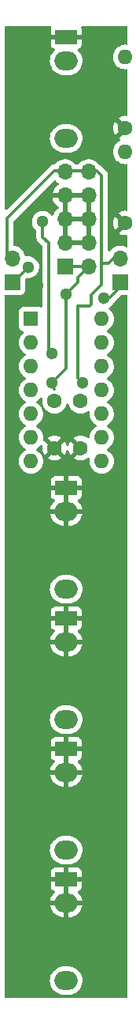
<source format=gbr>
%TF.GenerationSoftware,KiCad,Pcbnew,(6.0.1)*%
%TF.CreationDate,2022-12-13T16:24:09+02:00*%
%TF.ProjectId,BufferedMult3hp,42756666-6572-4656-944d-756c74336870,rev?*%
%TF.SameCoordinates,Original*%
%TF.FileFunction,Copper,L1,Top*%
%TF.FilePolarity,Positive*%
%FSLAX46Y46*%
G04 Gerber Fmt 4.6, Leading zero omitted, Abs format (unit mm)*
G04 Created by KiCad (PCBNEW (6.0.1)) date 2022-12-13 16:24:09*
%MOMM*%
%LPD*%
G01*
G04 APERTURE LIST*
G04 Aperture macros list*
%AMOutline4P*
0 Free polygon, 4 corners , with rotation*
0 The origin of the aperture is its center*
0 number of corners: always 4*
0 $1 to $8 corner X, Y*
0 $9 Rotation angle, in degrees counterclockwise*
0 create outline with 4 corners*
4,1,4,$1,$2,$3,$4,$5,$6,$7,$8,$1,$2,$9*%
G04 Aperture macros list end*
%TA.AperFunction,ComponentPad*%
%ADD10R,1.600000X1.600000*%
%TD*%
%TA.AperFunction,ComponentPad*%
%ADD11O,1.600000X1.600000*%
%TD*%
%TA.AperFunction,ComponentPad*%
%ADD12Outline4P,-0.750000X-1.150000X0.750000X-1.150000X0.750000X1.150000X-0.750000X1.150000X270.000000*%
%TD*%
%TA.AperFunction,ComponentPad*%
%ADD13O,2.500000X2.000000*%
%TD*%
%TA.AperFunction,ComponentPad*%
%ADD14R,1.700000X1.700000*%
%TD*%
%TA.AperFunction,ComponentPad*%
%ADD15O,1.700000X1.700000*%
%TD*%
%TA.AperFunction,ComponentPad*%
%ADD16C,1.600000*%
%TD*%
%TA.AperFunction,ViaPad*%
%ADD17C,1.300000*%
%TD*%
%TA.AperFunction,Conductor*%
%ADD18C,0.350000*%
%TD*%
G04 APERTURE END LIST*
D10*
%TO.P,U1,1*%
%TO.N,Net-(U1-Pad1)*%
X4320000Y-32872000D03*
D11*
%TO.P,U1,2,-*%
X4320000Y-35412000D03*
%TO.P,U1,3,+*%
%TO.N,Net-(U1-Pad10)*%
X4320000Y-37952000D03*
%TO.P,U1,4,V+*%
%TO.N,+12V*%
X4320000Y-40492000D03*
%TO.P,U1,5,+*%
%TO.N,Net-(U1-Pad10)*%
X4320000Y-43032000D03*
%TO.P,U1,6,-*%
%TO.N,Net-(U1-Pad6)*%
X4320000Y-45572000D03*
%TO.P,U1,7*%
X4320000Y-48112000D03*
%TO.P,U1,8*%
%TO.N,Net-(J4-PadT)*%
X11940000Y-48112000D03*
%TO.P,U1,9,-*%
X11940000Y-45572000D03*
%TO.P,U1,10,+*%
%TO.N,Net-(U1-Pad10)*%
X11940000Y-43032000D03*
%TO.P,U1,11,V-*%
%TO.N,-12V*%
X11940000Y-40492000D03*
%TO.P,U1,12,+*%
%TO.N,Net-(U1-Pad10)*%
X11940000Y-37952000D03*
%TO.P,U1,13,-*%
%TO.N,Net-(U1-Pad13)*%
X11940000Y-35412000D03*
%TO.P,U1,14*%
X11940000Y-32872000D03*
%TD*%
D12*
%TO.P,J4,S*%
%TO.N,GND*%
X8120000Y-64910000D03*
D13*
%TO.P,J4,T*%
%TO.N,Net-(J4-PadT)*%
X8120000Y-75770000D03*
%TO.P,J4,TN*%
%TO.N,GND*%
X8120000Y-67470000D03*
%TD*%
D12*
%TO.P,J3,S*%
%TO.N,GND*%
X8120000Y-78880000D03*
D13*
%TO.P,J3,T*%
%TO.N,Net-(U1-Pad1)*%
X8120000Y-89740000D03*
%TO.P,J3,TN*%
%TO.N,GND*%
X8120000Y-81440000D03*
%TD*%
D12*
%TO.P,J5,S*%
%TO.N,GND*%
X8120000Y-92850000D03*
D13*
%TO.P,J5,T*%
%TO.N,Net-(U1-Pad13)*%
X8120000Y-103710000D03*
%TO.P,J5,TN*%
%TO.N,GND*%
X8120000Y-95410000D03*
%TD*%
D12*
%TO.P,J1,S*%
%TO.N,GND*%
X8120000Y-2680000D03*
D13*
%TO.P,J1,T*%
%TO.N,Net-(U1-Pad10)*%
X8120000Y-13540000D03*
%TO.P,J1,TN*%
%TO.N,Net-(J1-PadTN)*%
X8120000Y-5240000D03*
%TD*%
D12*
%TO.P,J2,S*%
%TO.N,GND*%
X8120000Y-50940000D03*
D13*
%TO.P,J2,T*%
%TO.N,Net-(U1-Pad6)*%
X8120000Y-61800000D03*
%TO.P,J2,TN*%
%TO.N,GND*%
X8120000Y-53500000D03*
%TD*%
D14*
%TO.P,J7,1,Pin_1*%
%TO.N,+12V*%
X13940000Y-28920000D03*
D15*
%TO.P,J7,2,Pin_2*%
%TO.N,-12V*%
X13940000Y-26380000D03*
%TD*%
D14*
%TO.P,J6,1,Pin_1*%
%TO.N,+12V*%
X7988000Y-27284000D03*
D15*
%TO.P,J6,2,Pin_2*%
X10528000Y-27284000D03*
%TO.P,J6,3,Pin_3*%
%TO.N,GND*%
X7988000Y-24744000D03*
%TO.P,J6,4,Pin_4*%
X10528000Y-24744000D03*
%TO.P,J6,5,Pin_5*%
X7988000Y-22204000D03*
%TO.P,J6,6,Pin_6*%
X10528000Y-22204000D03*
%TO.P,J6,7,Pin_7*%
X7988000Y-19664000D03*
%TO.P,J6,8,Pin_8*%
X10528000Y-19664000D03*
%TO.P,J6,9,Pin_9*%
%TO.N,-12V*%
X7988000Y-17124000D03*
%TO.P,J6,10,Pin_10*%
X10528000Y-17124000D03*
%TD*%
D16*
%TO.P,C2,1*%
%TO.N,-12V*%
X9644000Y-41680000D03*
%TO.P,C2,2*%
%TO.N,GND*%
X9644000Y-46680000D03*
%TD*%
%TO.P,C1,1*%
%TO.N,+12V*%
X6850000Y-41680000D03*
%TO.P,C1,2*%
%TO.N,GND*%
X6850000Y-46680000D03*
%TD*%
%TO.P,R1,1*%
%TO.N,GND*%
X14470000Y-22590000D03*
D11*
%TO.P,R1,2*%
%TO.N,Net-(U1-Pad10)*%
X14470000Y-14970000D03*
%TD*%
D16*
%TO.P,R2,1*%
%TO.N,GND*%
X14470000Y-12430000D03*
D11*
%TO.P,R2,2*%
%TO.N,Net-(J1-PadTN)*%
X14470000Y-4810000D03*
%TD*%
D15*
%TO.P,J8,2,Pin_2*%
%TO.N,-12V*%
X2340000Y-26380000D03*
D14*
%TO.P,J8,1,Pin_1*%
%TO.N,+12V*%
X2340000Y-28920000D03*
%TD*%
D17*
%TO.N,GND*%
X2840000Y-17320000D03*
X3540000Y-23320000D03*
X3440000Y-64820000D03*
X5040000Y-29320000D03*
%TO.N,+12V*%
X6596000Y-39735000D03*
X8120000Y-30210000D03*
X4040000Y-27320000D03*
X12188997Y-30595997D03*
%TO.N,Net-(U1-Pad10)*%
X6596000Y-36560000D03*
X5580000Y-22463000D03*
%TO.N,-12V*%
X9898000Y-39735000D03*
%TD*%
D18*
%TO.N,+12V*%
X2440000Y-28920000D02*
X4040000Y-27320000D01*
X2340000Y-28920000D02*
X2440000Y-28920000D01*
%TO.N,-12V*%
X11940000Y-17520000D02*
X11940000Y-26908000D01*
X11417000Y-16997000D02*
X11940000Y-17520000D01*
X9380000Y-16997000D02*
X11417000Y-16997000D01*
X10660000Y-31480000D02*
X9390000Y-31480000D01*
X10787000Y-31353000D02*
X10660000Y-31480000D01*
X11940000Y-29184000D02*
X10787000Y-30337000D01*
X10787000Y-30337000D02*
X10787000Y-31353000D01*
X11940000Y-26908000D02*
X11940000Y-29184000D01*
X9390000Y-31480000D02*
X9390000Y-39227000D01*
X12565000Y-26908000D02*
X11940000Y-26908000D01*
X9390000Y-39227000D02*
X9898000Y-39735000D01*
%TO.N,+12V*%
X9380000Y-28950000D02*
X9380000Y-28432000D01*
X7988000Y-27284000D02*
X10528000Y-27284000D01*
X9380000Y-28950000D02*
X8120000Y-30210000D01*
X9380000Y-28432000D02*
X10528000Y-27284000D01*
X8120000Y-38211000D02*
X8120000Y-30210000D01*
X6840000Y-40360000D02*
X6850000Y-40370000D01*
X6596000Y-39735000D02*
X8120000Y-38211000D01*
X12819000Y-30591000D02*
X14470000Y-28940000D01*
X11930000Y-30591000D02*
X12819000Y-30591000D01*
%TO.N,Net-(U1-Pad10)*%
X5580000Y-24114000D02*
X6215000Y-24749000D01*
X6215000Y-36179000D02*
X6596000Y-36560000D01*
X5580000Y-22463000D02*
X5580000Y-24114000D01*
X6215000Y-24749000D02*
X6215000Y-36179000D01*
%TO.N,-12V*%
X6840000Y-16997000D02*
X1770000Y-22067000D01*
X1770000Y-22067000D02*
X1770000Y-26400000D01*
X9390000Y-17007000D02*
X6850000Y-17007000D01*
X13200000Y-26400000D02*
X14470000Y-26400000D01*
X13200000Y-26400000D02*
X12692000Y-26908000D01*
X12692000Y-26908000D02*
X12565000Y-26908000D01*
%TD*%
%TA.AperFunction,Conductor*%
%TO.N,GND*%
G36*
X6919156Y-17988625D02*
G01*
X6970361Y-18024183D01*
X7030865Y-18094031D01*
X7030869Y-18094035D01*
X7034250Y-18097938D01*
X7206126Y-18240632D01*
X7261750Y-18273136D01*
X7279955Y-18283774D01*
X7328679Y-18335412D01*
X7341750Y-18405195D01*
X7315019Y-18470967D01*
X7274562Y-18504327D01*
X7266457Y-18508546D01*
X7257738Y-18514036D01*
X7087433Y-18641905D01*
X7079726Y-18648748D01*
X6932590Y-18802717D01*
X6926104Y-18810727D01*
X6806098Y-18986649D01*
X6801000Y-18995623D01*
X6711338Y-19188783D01*
X6707775Y-19198470D01*
X6652389Y-19398183D01*
X6653912Y-19406607D01*
X6666292Y-19410000D01*
X10656000Y-19410000D01*
X10724121Y-19430002D01*
X10770614Y-19483658D01*
X10782000Y-19536000D01*
X10782000Y-24872000D01*
X10761998Y-24940121D01*
X10708342Y-24986614D01*
X10656000Y-24998000D01*
X7860000Y-24998000D01*
X7791879Y-24977998D01*
X7745386Y-24924342D01*
X7734000Y-24872000D01*
X7734000Y-24471885D01*
X8242000Y-24471885D01*
X8246475Y-24487124D01*
X8247865Y-24488329D01*
X8255548Y-24490000D01*
X10255885Y-24490000D01*
X10271124Y-24485525D01*
X10272329Y-24484135D01*
X10274000Y-24476452D01*
X10274000Y-22476115D01*
X10269525Y-22460876D01*
X10268135Y-22459671D01*
X10260452Y-22458000D01*
X8260115Y-22458000D01*
X8244876Y-22462475D01*
X8243671Y-22463865D01*
X8242000Y-22471548D01*
X8242000Y-24471885D01*
X7734000Y-24471885D01*
X7734000Y-21931885D01*
X8242000Y-21931885D01*
X8246475Y-21947124D01*
X8247865Y-21948329D01*
X8255548Y-21950000D01*
X10255885Y-21950000D01*
X10271124Y-21945525D01*
X10272329Y-21944135D01*
X10274000Y-21936452D01*
X10274000Y-19936115D01*
X10269525Y-19920876D01*
X10268135Y-19919671D01*
X10260452Y-19918000D01*
X8260115Y-19918000D01*
X8244876Y-19922475D01*
X8243671Y-19923865D01*
X8242000Y-19931548D01*
X8242000Y-21931885D01*
X7734000Y-21931885D01*
X7734000Y-19936115D01*
X7729525Y-19920876D01*
X7728135Y-19919671D01*
X7720452Y-19918000D01*
X6671225Y-19918000D01*
X6657694Y-19921973D01*
X6656257Y-19931966D01*
X6686565Y-20066446D01*
X6689645Y-20076275D01*
X6769770Y-20273603D01*
X6774413Y-20282794D01*
X6885694Y-20464388D01*
X6891777Y-20472699D01*
X7031213Y-20633667D01*
X7038580Y-20640883D01*
X7202434Y-20776916D01*
X7210881Y-20782831D01*
X7280479Y-20823501D01*
X7329203Y-20875140D01*
X7342274Y-20944923D01*
X7315543Y-21010694D01*
X7275087Y-21044053D01*
X7266462Y-21048542D01*
X7257738Y-21054036D01*
X7087433Y-21181905D01*
X7079726Y-21188748D01*
X6932590Y-21342717D01*
X6926104Y-21350727D01*
X6806098Y-21526649D01*
X6801000Y-21535623D01*
X6710681Y-21730199D01*
X6663857Y-21783566D01*
X6595614Y-21803147D01*
X6527618Y-21782724D01*
X6495435Y-21752538D01*
X6448074Y-21689114D01*
X6444622Y-21684491D01*
X6288271Y-21539963D01*
X6108201Y-21426347D01*
X5910441Y-21347449D01*
X5904781Y-21346323D01*
X5904777Y-21346322D01*
X5707282Y-21307038D01*
X5707280Y-21307038D01*
X5701615Y-21305911D01*
X5695840Y-21305835D01*
X5695836Y-21305835D01*
X5589161Y-21304439D01*
X5488716Y-21303124D01*
X5483019Y-21304103D01*
X5483018Y-21304103D01*
X5284564Y-21338203D01*
X5284561Y-21338204D01*
X5278874Y-21339181D01*
X5079116Y-21412875D01*
X5056472Y-21426347D01*
X4925075Y-21504521D01*
X4896134Y-21521739D01*
X4736054Y-21662125D01*
X4604238Y-21829333D01*
X4505100Y-22017762D01*
X4503386Y-22023283D01*
X4503384Y-22023287D01*
X4468402Y-22135947D01*
X4441961Y-22221102D01*
X4416936Y-22432544D01*
X4417314Y-22438310D01*
X4430207Y-22635020D01*
X4430861Y-22645006D01*
X4432282Y-22650602D01*
X4432283Y-22650607D01*
X4481851Y-22845777D01*
X4483272Y-22851372D01*
X4485689Y-22856615D01*
X4522389Y-22936223D01*
X4572411Y-23044731D01*
X4695296Y-23218609D01*
X4725253Y-23247792D01*
X4783318Y-23304356D01*
X4847809Y-23367181D01*
X4850305Y-23368848D01*
X4890146Y-23426521D01*
X4896500Y-23466029D01*
X4896500Y-24085955D01*
X4896208Y-24094523D01*
X4892424Y-24150034D01*
X4893729Y-24157511D01*
X4893729Y-24157514D01*
X4903002Y-24210647D01*
X4903965Y-24217171D01*
X4911355Y-24278235D01*
X4914042Y-24285345D01*
X4915246Y-24290248D01*
X4918114Y-24300734D01*
X4919561Y-24305526D01*
X4920866Y-24313004D01*
X4923918Y-24319956D01*
X4923918Y-24319957D01*
X4945595Y-24369341D01*
X4948086Y-24375446D01*
X4967145Y-24425882D01*
X4969831Y-24432989D01*
X4974131Y-24439246D01*
X4976467Y-24443714D01*
X4981725Y-24453160D01*
X4984307Y-24457526D01*
X4987362Y-24464485D01*
X5024823Y-24513304D01*
X5028686Y-24518623D01*
X5050249Y-24549996D01*
X5063534Y-24569326D01*
X5069203Y-24574377D01*
X5108323Y-24609232D01*
X5113598Y-24614213D01*
X5494595Y-24995210D01*
X5528621Y-25057522D01*
X5531500Y-25084305D01*
X5531500Y-31501366D01*
X5511498Y-31569487D01*
X5457842Y-31615980D01*
X5387568Y-31626084D01*
X5361274Y-31619349D01*
X5230316Y-31570255D01*
X5168134Y-31563500D01*
X3471866Y-31563500D01*
X3409684Y-31570255D01*
X3273295Y-31621385D01*
X3156739Y-31708739D01*
X3069385Y-31825295D01*
X3018255Y-31961684D01*
X3011500Y-32023866D01*
X3011500Y-33720134D01*
X3018255Y-33782316D01*
X3069385Y-33918705D01*
X3156739Y-34035261D01*
X3273295Y-34122615D01*
X3409684Y-34173745D01*
X3420474Y-34174917D01*
X3422606Y-34175803D01*
X3425222Y-34176425D01*
X3425121Y-34176848D01*
X3486035Y-34202155D01*
X3526463Y-34260517D01*
X3528922Y-34331471D01*
X3492629Y-34392490D01*
X3483969Y-34399489D01*
X3480207Y-34402646D01*
X3475700Y-34405802D01*
X3313802Y-34567700D01*
X3310645Y-34572208D01*
X3310643Y-34572211D01*
X3255902Y-34650389D01*
X3182477Y-34755251D01*
X3180154Y-34760233D01*
X3180151Y-34760238D01*
X3108500Y-34913896D01*
X3085716Y-34962757D01*
X3026457Y-35183913D01*
X3006502Y-35412000D01*
X3026457Y-35640087D01*
X3027881Y-35645400D01*
X3027881Y-35645402D01*
X3058372Y-35759193D01*
X3085716Y-35861243D01*
X3088039Y-35866224D01*
X3088039Y-35866225D01*
X3180151Y-36063762D01*
X3180154Y-36063767D01*
X3182477Y-36068749D01*
X3313802Y-36256300D01*
X3475700Y-36418198D01*
X3480208Y-36421355D01*
X3480211Y-36421357D01*
X3534521Y-36459385D01*
X3663251Y-36549523D01*
X3668233Y-36551846D01*
X3668238Y-36551849D01*
X3702457Y-36567805D01*
X3755742Y-36614722D01*
X3775203Y-36682999D01*
X3754661Y-36750959D01*
X3702457Y-36796195D01*
X3668238Y-36812151D01*
X3668233Y-36812154D01*
X3663251Y-36814477D01*
X3558389Y-36887902D01*
X3480211Y-36942643D01*
X3480208Y-36942645D01*
X3475700Y-36945802D01*
X3313802Y-37107700D01*
X3182477Y-37295251D01*
X3180154Y-37300233D01*
X3180151Y-37300238D01*
X3151686Y-37361282D01*
X3085716Y-37502757D01*
X3084294Y-37508065D01*
X3084293Y-37508067D01*
X3051040Y-37632168D01*
X3026457Y-37723913D01*
X3006502Y-37952000D01*
X3026457Y-38180087D01*
X3085716Y-38401243D01*
X3088039Y-38406224D01*
X3088039Y-38406225D01*
X3180151Y-38603762D01*
X3180154Y-38603767D01*
X3182477Y-38608749D01*
X3235781Y-38684875D01*
X3296916Y-38772184D01*
X3313802Y-38796300D01*
X3475700Y-38958198D01*
X3480208Y-38961355D01*
X3480211Y-38961357D01*
X3558389Y-39016098D01*
X3663251Y-39089523D01*
X3668233Y-39091846D01*
X3668238Y-39091849D01*
X3702457Y-39107805D01*
X3755742Y-39154722D01*
X3775203Y-39222999D01*
X3754661Y-39290959D01*
X3702457Y-39336195D01*
X3668238Y-39352151D01*
X3668233Y-39352154D01*
X3663251Y-39354477D01*
X3567454Y-39421555D01*
X3480211Y-39482643D01*
X3480208Y-39482645D01*
X3475700Y-39485802D01*
X3313802Y-39647700D01*
X3182477Y-39835251D01*
X3180154Y-39840233D01*
X3180151Y-39840238D01*
X3147043Y-39911239D01*
X3085716Y-40042757D01*
X3026457Y-40263913D01*
X3006502Y-40492000D01*
X3026457Y-40720087D01*
X3027881Y-40725400D01*
X3027881Y-40725402D01*
X3057436Y-40835700D01*
X3085716Y-40941243D01*
X3088039Y-40946224D01*
X3088039Y-40946225D01*
X3180151Y-41143762D01*
X3180154Y-41143767D01*
X3182477Y-41148749D01*
X3185634Y-41153257D01*
X3310640Y-41331784D01*
X3313802Y-41336300D01*
X3475700Y-41498198D01*
X3480208Y-41501355D01*
X3480211Y-41501357D01*
X3558389Y-41556098D01*
X3663251Y-41629523D01*
X3668233Y-41631846D01*
X3668238Y-41631849D01*
X3702457Y-41647805D01*
X3755742Y-41694722D01*
X3775203Y-41762999D01*
X3754661Y-41830959D01*
X3702457Y-41876195D01*
X3668238Y-41892151D01*
X3668233Y-41892154D01*
X3663251Y-41894477D01*
X3633123Y-41915573D01*
X3480211Y-42022643D01*
X3480208Y-42022645D01*
X3475700Y-42025802D01*
X3313802Y-42187700D01*
X3182477Y-42375251D01*
X3180154Y-42380233D01*
X3180151Y-42380238D01*
X3088041Y-42577770D01*
X3085716Y-42582757D01*
X3084294Y-42588065D01*
X3084293Y-42588067D01*
X3050139Y-42715532D01*
X3026457Y-42803913D01*
X3006502Y-43032000D01*
X3026457Y-43260087D01*
X3085716Y-43481243D01*
X3088039Y-43486224D01*
X3088039Y-43486225D01*
X3180151Y-43683762D01*
X3180154Y-43683767D01*
X3182477Y-43688749D01*
X3313802Y-43876300D01*
X3475700Y-44038198D01*
X3480208Y-44041355D01*
X3480211Y-44041357D01*
X3558389Y-44096098D01*
X3663251Y-44169523D01*
X3668233Y-44171846D01*
X3668238Y-44171849D01*
X3702457Y-44187805D01*
X3755742Y-44234722D01*
X3775203Y-44302999D01*
X3754661Y-44370959D01*
X3702457Y-44416195D01*
X3668238Y-44432151D01*
X3668233Y-44432154D01*
X3663251Y-44434477D01*
X3558389Y-44507902D01*
X3480211Y-44562643D01*
X3480208Y-44562645D01*
X3475700Y-44565802D01*
X3313802Y-44727700D01*
X3182477Y-44915251D01*
X3180154Y-44920233D01*
X3180151Y-44920238D01*
X3088039Y-45117775D01*
X3085716Y-45122757D01*
X3026457Y-45343913D01*
X3006502Y-45572000D01*
X3026457Y-45800087D01*
X3027881Y-45805400D01*
X3027881Y-45805402D01*
X3071169Y-45966952D01*
X3085716Y-46021243D01*
X3088039Y-46026224D01*
X3088039Y-46026225D01*
X3180151Y-46223762D01*
X3180154Y-46223767D01*
X3182477Y-46228749D01*
X3185634Y-46233257D01*
X3282153Y-46371100D01*
X3313802Y-46416300D01*
X3475700Y-46578198D01*
X3480208Y-46581355D01*
X3480211Y-46581357D01*
X3532166Y-46617736D01*
X3663251Y-46709523D01*
X3668233Y-46711846D01*
X3668238Y-46711849D01*
X3702457Y-46727805D01*
X3755742Y-46774722D01*
X3775203Y-46842999D01*
X3754661Y-46910959D01*
X3702457Y-46956195D01*
X3668238Y-46972151D01*
X3668233Y-46972154D01*
X3663251Y-46974477D01*
X3563192Y-47044539D01*
X3480211Y-47102643D01*
X3480208Y-47102645D01*
X3475700Y-47105802D01*
X3313802Y-47267700D01*
X3182477Y-47455251D01*
X3180154Y-47460233D01*
X3180151Y-47460238D01*
X3088039Y-47657775D01*
X3085716Y-47662757D01*
X3084294Y-47668065D01*
X3084293Y-47668067D01*
X3038799Y-47837852D01*
X3026457Y-47883913D01*
X3006502Y-48112000D01*
X3026457Y-48340087D01*
X3085716Y-48561243D01*
X3088039Y-48566224D01*
X3088039Y-48566225D01*
X3180151Y-48763762D01*
X3180154Y-48763767D01*
X3182477Y-48768749D01*
X3313802Y-48956300D01*
X3475700Y-49118198D01*
X3480208Y-49121355D01*
X3480211Y-49121357D01*
X3558389Y-49176098D01*
X3663251Y-49249523D01*
X3668233Y-49251846D01*
X3668238Y-49251849D01*
X3865775Y-49343961D01*
X3870757Y-49346284D01*
X3876065Y-49347706D01*
X3876067Y-49347707D01*
X4086598Y-49404119D01*
X4086600Y-49404119D01*
X4091913Y-49405543D01*
X4320000Y-49425498D01*
X4548087Y-49405543D01*
X4553400Y-49404119D01*
X4553402Y-49404119D01*
X4763933Y-49347707D01*
X4763935Y-49347706D01*
X4769243Y-49346284D01*
X4774225Y-49343961D01*
X4971762Y-49251849D01*
X4971767Y-49251846D01*
X4976749Y-49249523D01*
X5081611Y-49176098D01*
X5159789Y-49121357D01*
X5159792Y-49121355D01*
X5164300Y-49118198D01*
X5326198Y-48956300D01*
X5457523Y-48768749D01*
X5459846Y-48763767D01*
X5459849Y-48763762D01*
X5551961Y-48566225D01*
X5551961Y-48566224D01*
X5554284Y-48561243D01*
X5613543Y-48340087D01*
X5633498Y-48112000D01*
X5613543Y-47883913D01*
X5601201Y-47837852D01*
X5581965Y-47766062D01*
X6128493Y-47766062D01*
X6137789Y-47778077D01*
X6188994Y-47813931D01*
X6198489Y-47819414D01*
X6395947Y-47911490D01*
X6406239Y-47915236D01*
X6616688Y-47971625D01*
X6627481Y-47973528D01*
X6844525Y-47992517D01*
X6855475Y-47992517D01*
X7072519Y-47973528D01*
X7083312Y-47971625D01*
X7293761Y-47915236D01*
X7304053Y-47911490D01*
X7501511Y-47819414D01*
X7511006Y-47813931D01*
X7563048Y-47777491D01*
X7571424Y-47767012D01*
X7564356Y-47753566D01*
X6862812Y-47052022D01*
X6848868Y-47044408D01*
X6847035Y-47044539D01*
X6840420Y-47048790D01*
X6134923Y-47754287D01*
X6128493Y-47766062D01*
X5581965Y-47766062D01*
X5555707Y-47668067D01*
X5555706Y-47668065D01*
X5554284Y-47662757D01*
X5551961Y-47657775D01*
X5459849Y-47460238D01*
X5459846Y-47460233D01*
X5457523Y-47455251D01*
X5326198Y-47267700D01*
X5164300Y-47105802D01*
X5159792Y-47102645D01*
X5159789Y-47102643D01*
X5076808Y-47044539D01*
X4976749Y-46974477D01*
X4971767Y-46972154D01*
X4971762Y-46972151D01*
X4937543Y-46956195D01*
X4884258Y-46909278D01*
X4864797Y-46841001D01*
X4885339Y-46773041D01*
X4937543Y-46727805D01*
X4971762Y-46711849D01*
X4971767Y-46711846D01*
X4976749Y-46709523D01*
X5107834Y-46617736D01*
X5159789Y-46581357D01*
X5159792Y-46581355D01*
X5164300Y-46578198D01*
X5326198Y-46416300D01*
X5329357Y-46411789D01*
X5330502Y-46410425D01*
X5389613Y-46371100D01*
X5460600Y-46369976D01*
X5520927Y-46407409D01*
X5551439Y-46471515D01*
X5552542Y-46502401D01*
X5537483Y-46674526D01*
X5537483Y-46685475D01*
X5556472Y-46902519D01*
X5558375Y-46913312D01*
X5614764Y-47123761D01*
X5618510Y-47134053D01*
X5710586Y-47331511D01*
X5716069Y-47341006D01*
X5752509Y-47393048D01*
X5762988Y-47401424D01*
X5776434Y-47394356D01*
X6477978Y-46692812D01*
X6484356Y-46681132D01*
X7214408Y-46681132D01*
X7214539Y-46682965D01*
X7218790Y-46689580D01*
X7924287Y-47395077D01*
X7936062Y-47401507D01*
X7948077Y-47392211D01*
X7983931Y-47341006D01*
X7989414Y-47331511D01*
X8081490Y-47134053D01*
X8085236Y-47123761D01*
X8125293Y-46974265D01*
X8162245Y-46913642D01*
X8226105Y-46882621D01*
X8296600Y-46891049D01*
X8351347Y-46936252D01*
X8368707Y-46974265D01*
X8408764Y-47123761D01*
X8412510Y-47134053D01*
X8504586Y-47331511D01*
X8510069Y-47341006D01*
X8546509Y-47393048D01*
X8556988Y-47401424D01*
X8570434Y-47394356D01*
X9271978Y-46692812D01*
X9279592Y-46678868D01*
X9279461Y-46677035D01*
X9275210Y-46670420D01*
X8569713Y-45964923D01*
X8557938Y-45958493D01*
X8545923Y-45967789D01*
X8510069Y-46018994D01*
X8504586Y-46028489D01*
X8412510Y-46225947D01*
X8408764Y-46236239D01*
X8368707Y-46385735D01*
X8331755Y-46446358D01*
X8267895Y-46477379D01*
X8197400Y-46468951D01*
X8142653Y-46423748D01*
X8125293Y-46385735D01*
X8085236Y-46236239D01*
X8081490Y-46225947D01*
X7989414Y-46028489D01*
X7983931Y-46018994D01*
X7947491Y-45966952D01*
X7937012Y-45958576D01*
X7923566Y-45965644D01*
X7222022Y-46667188D01*
X7214408Y-46681132D01*
X6484356Y-46681132D01*
X6485592Y-46678868D01*
X6485461Y-46677035D01*
X6481210Y-46670420D01*
X5775713Y-45964923D01*
X5761769Y-45957309D01*
X5744188Y-45958566D01*
X5674814Y-45943475D01*
X5624612Y-45893273D01*
X5609520Y-45823899D01*
X5611715Y-45810914D01*
X5611164Y-45810817D01*
X5612119Y-45805402D01*
X5613543Y-45800087D01*
X5631662Y-45592988D01*
X6128576Y-45592988D01*
X6135644Y-45606434D01*
X6837188Y-46307978D01*
X6851132Y-46315592D01*
X6852965Y-46315461D01*
X6859580Y-46311210D01*
X7565077Y-45605713D01*
X7571507Y-45593938D01*
X7562211Y-45581923D01*
X7511006Y-45546069D01*
X7501511Y-45540586D01*
X7304053Y-45448510D01*
X7293761Y-45444764D01*
X7083312Y-45388375D01*
X7072519Y-45386472D01*
X6855475Y-45367483D01*
X6844525Y-45367483D01*
X6627481Y-45386472D01*
X6616688Y-45388375D01*
X6406239Y-45444764D01*
X6395947Y-45448510D01*
X6198489Y-45540586D01*
X6188994Y-45546069D01*
X6136952Y-45582509D01*
X6128576Y-45592988D01*
X5631662Y-45592988D01*
X5633498Y-45572000D01*
X5613543Y-45343913D01*
X5554284Y-45122757D01*
X5551961Y-45117775D01*
X5459849Y-44920238D01*
X5459846Y-44920233D01*
X5457523Y-44915251D01*
X5326198Y-44727700D01*
X5164300Y-44565802D01*
X5159792Y-44562645D01*
X5159789Y-44562643D01*
X5081611Y-44507902D01*
X4976749Y-44434477D01*
X4971767Y-44432154D01*
X4971762Y-44432151D01*
X4937543Y-44416195D01*
X4884258Y-44369278D01*
X4864797Y-44301001D01*
X4885339Y-44233041D01*
X4937543Y-44187805D01*
X4971762Y-44171849D01*
X4971767Y-44171846D01*
X4976749Y-44169523D01*
X5081611Y-44096098D01*
X5159789Y-44041357D01*
X5159792Y-44041355D01*
X5164300Y-44038198D01*
X5326198Y-43876300D01*
X5457523Y-43688749D01*
X5459846Y-43683767D01*
X5459849Y-43683762D01*
X5551961Y-43486225D01*
X5551961Y-43486224D01*
X5554284Y-43481243D01*
X5613543Y-43260087D01*
X5633498Y-43032000D01*
X5613543Y-42803913D01*
X5589861Y-42715532D01*
X5555707Y-42588067D01*
X5555706Y-42588065D01*
X5554284Y-42582757D01*
X5551959Y-42577770D01*
X5504144Y-42475229D01*
X5493483Y-42405038D01*
X5496542Y-42398197D01*
X5457094Y-42373285D01*
X5448448Y-42362291D01*
X5430564Y-42336749D01*
X5326198Y-42187700D01*
X5164300Y-42025802D01*
X5159792Y-42022645D01*
X5159789Y-42022643D01*
X5006877Y-41915573D01*
X4976749Y-41894477D01*
X4971767Y-41892154D01*
X4971762Y-41892151D01*
X4937543Y-41876195D01*
X4884258Y-41829278D01*
X4864797Y-41761001D01*
X4885339Y-41693041D01*
X4937543Y-41647805D01*
X4971762Y-41631849D01*
X4971767Y-41631846D01*
X4976749Y-41629523D01*
X5081611Y-41556098D01*
X5159789Y-41501357D01*
X5159792Y-41501355D01*
X5164300Y-41498198D01*
X5326198Y-41336300D01*
X5329357Y-41331789D01*
X5329361Y-41331784D01*
X5339504Y-41317298D01*
X5394961Y-41272969D01*
X5465580Y-41265660D01*
X5528941Y-41297690D01*
X5564926Y-41358892D01*
X5564424Y-41422178D01*
X5558463Y-41444427D01*
X5556457Y-41451913D01*
X5536502Y-41680000D01*
X5556457Y-41908087D01*
X5557881Y-41913400D01*
X5557881Y-41913402D01*
X5581587Y-42001871D01*
X5615716Y-42129243D01*
X5618039Y-42134225D01*
X5618041Y-42134230D01*
X5665856Y-42236771D01*
X5676517Y-42306962D01*
X5673458Y-42313803D01*
X5712906Y-42338715D01*
X5721549Y-42349706D01*
X5843802Y-42524300D01*
X6005700Y-42686198D01*
X6010208Y-42689355D01*
X6010211Y-42689357D01*
X6015191Y-42692844D01*
X6193251Y-42817523D01*
X6198233Y-42819846D01*
X6198238Y-42819849D01*
X6395775Y-42911961D01*
X6400757Y-42914284D01*
X6406065Y-42915706D01*
X6406067Y-42915707D01*
X6616598Y-42972119D01*
X6616600Y-42972119D01*
X6621913Y-42973543D01*
X6850000Y-42993498D01*
X7078087Y-42973543D01*
X7083400Y-42972119D01*
X7083402Y-42972119D01*
X7293933Y-42915707D01*
X7293935Y-42915706D01*
X7299243Y-42914284D01*
X7304225Y-42911961D01*
X7501762Y-42819849D01*
X7501767Y-42819846D01*
X7506749Y-42817523D01*
X7684809Y-42692844D01*
X7689789Y-42689357D01*
X7689792Y-42689355D01*
X7694300Y-42686198D01*
X7856198Y-42524300D01*
X7987523Y-42336749D01*
X7989846Y-42331767D01*
X7989849Y-42331762D01*
X8081961Y-42134225D01*
X8081961Y-42134224D01*
X8084284Y-42129243D01*
X8125293Y-41976196D01*
X8162245Y-41915573D01*
X8226106Y-41884552D01*
X8296600Y-41892980D01*
X8351347Y-41938183D01*
X8368707Y-41976195D01*
X8409716Y-42129243D01*
X8412039Y-42134224D01*
X8412039Y-42134225D01*
X8504151Y-42331762D01*
X8504154Y-42331767D01*
X8506477Y-42336749D01*
X8637802Y-42524300D01*
X8799700Y-42686198D01*
X8804208Y-42689355D01*
X8804211Y-42689357D01*
X8809191Y-42692844D01*
X8987251Y-42817523D01*
X8992233Y-42819846D01*
X8992238Y-42819849D01*
X9189775Y-42911961D01*
X9194757Y-42914284D01*
X9200065Y-42915706D01*
X9200067Y-42915707D01*
X9410598Y-42972119D01*
X9410600Y-42972119D01*
X9415913Y-42973543D01*
X9644000Y-42993498D01*
X9872087Y-42973543D01*
X9877400Y-42972119D01*
X9877402Y-42972119D01*
X10087933Y-42915707D01*
X10087935Y-42915706D01*
X10093243Y-42914284D01*
X10098225Y-42911961D01*
X10295762Y-42819849D01*
X10295767Y-42819846D01*
X10300749Y-42817523D01*
X10446407Y-42715532D01*
X10513681Y-42692844D01*
X10582542Y-42710129D01*
X10631126Y-42761899D01*
X10644199Y-42829725D01*
X10626502Y-43032000D01*
X10646457Y-43260087D01*
X10705716Y-43481243D01*
X10708039Y-43486224D01*
X10708039Y-43486225D01*
X10800151Y-43683762D01*
X10800154Y-43683767D01*
X10802477Y-43688749D01*
X10933802Y-43876300D01*
X11095700Y-44038198D01*
X11100208Y-44041355D01*
X11100211Y-44041357D01*
X11178389Y-44096098D01*
X11283251Y-44169523D01*
X11288233Y-44171846D01*
X11288238Y-44171849D01*
X11322457Y-44187805D01*
X11375742Y-44234722D01*
X11395203Y-44302999D01*
X11374661Y-44370959D01*
X11322457Y-44416195D01*
X11288238Y-44432151D01*
X11288233Y-44432154D01*
X11283251Y-44434477D01*
X11178389Y-44507902D01*
X11100211Y-44562643D01*
X11100208Y-44562645D01*
X11095700Y-44565802D01*
X10933802Y-44727700D01*
X10802477Y-44915251D01*
X10800154Y-44920233D01*
X10800151Y-44920238D01*
X10708039Y-45117775D01*
X10705716Y-45122757D01*
X10646457Y-45343913D01*
X10645978Y-45349393D01*
X10629102Y-45542277D01*
X10603238Y-45608395D01*
X10545735Y-45650035D01*
X10474847Y-45653975D01*
X10431310Y-45634508D01*
X10305006Y-45546069D01*
X10295511Y-45540586D01*
X10098053Y-45448510D01*
X10087761Y-45444764D01*
X9877312Y-45388375D01*
X9866519Y-45386472D01*
X9649475Y-45367483D01*
X9638525Y-45367483D01*
X9421481Y-45386472D01*
X9410688Y-45388375D01*
X9200239Y-45444764D01*
X9189947Y-45448510D01*
X8992489Y-45540586D01*
X8982994Y-45546069D01*
X8930952Y-45582509D01*
X8922576Y-45592988D01*
X8929644Y-45606434D01*
X9914115Y-46590905D01*
X9948141Y-46653217D01*
X9943076Y-46724032D01*
X9914115Y-46769095D01*
X8928923Y-47754287D01*
X8922493Y-47766062D01*
X8931789Y-47778077D01*
X8982994Y-47813931D01*
X8992489Y-47819414D01*
X9189947Y-47911490D01*
X9200239Y-47915236D01*
X9410688Y-47971625D01*
X9421481Y-47973528D01*
X9638525Y-47992517D01*
X9649475Y-47992517D01*
X9866519Y-47973528D01*
X9877312Y-47971625D01*
X10087761Y-47915236D01*
X10098053Y-47911490D01*
X10295511Y-47819414D01*
X10305007Y-47813931D01*
X10464821Y-47702028D01*
X10532095Y-47679340D01*
X10600956Y-47696625D01*
X10649540Y-47748395D01*
X10662422Y-47818213D01*
X10658799Y-47837852D01*
X10646457Y-47883913D01*
X10626502Y-48112000D01*
X10646457Y-48340087D01*
X10705716Y-48561243D01*
X10708039Y-48566224D01*
X10708039Y-48566225D01*
X10800151Y-48763762D01*
X10800154Y-48763767D01*
X10802477Y-48768749D01*
X10933802Y-48956300D01*
X11095700Y-49118198D01*
X11100208Y-49121355D01*
X11100211Y-49121357D01*
X11178389Y-49176098D01*
X11283251Y-49249523D01*
X11288233Y-49251846D01*
X11288238Y-49251849D01*
X11485775Y-49343961D01*
X11490757Y-49346284D01*
X11496065Y-49347706D01*
X11496067Y-49347707D01*
X11706598Y-49404119D01*
X11706600Y-49404119D01*
X11711913Y-49405543D01*
X11940000Y-49425498D01*
X12168087Y-49405543D01*
X12173400Y-49404119D01*
X12173402Y-49404119D01*
X12383933Y-49347707D01*
X12383935Y-49347706D01*
X12389243Y-49346284D01*
X12394225Y-49343961D01*
X12591762Y-49251849D01*
X12591767Y-49251846D01*
X12596749Y-49249523D01*
X12701611Y-49176098D01*
X12779789Y-49121357D01*
X12779792Y-49121355D01*
X12784300Y-49118198D01*
X12946198Y-48956300D01*
X13077523Y-48768749D01*
X13079846Y-48763767D01*
X13079849Y-48763762D01*
X13171961Y-48566225D01*
X13171961Y-48566224D01*
X13174284Y-48561243D01*
X13233543Y-48340087D01*
X13253498Y-48112000D01*
X13233543Y-47883913D01*
X13221201Y-47837852D01*
X13175707Y-47668067D01*
X13175706Y-47668065D01*
X13174284Y-47662757D01*
X13171961Y-47657775D01*
X13079849Y-47460238D01*
X13079846Y-47460233D01*
X13077523Y-47455251D01*
X12946198Y-47267700D01*
X12784300Y-47105802D01*
X12779792Y-47102645D01*
X12779789Y-47102643D01*
X12696808Y-47044539D01*
X12596749Y-46974477D01*
X12591767Y-46972154D01*
X12591762Y-46972151D01*
X12557543Y-46956195D01*
X12504258Y-46909278D01*
X12484797Y-46841001D01*
X12505339Y-46773041D01*
X12557543Y-46727805D01*
X12591762Y-46711849D01*
X12591767Y-46711846D01*
X12596749Y-46709523D01*
X12727834Y-46617736D01*
X12779789Y-46581357D01*
X12779792Y-46581355D01*
X12784300Y-46578198D01*
X12946198Y-46416300D01*
X12977848Y-46371100D01*
X13074366Y-46233257D01*
X13077523Y-46228749D01*
X13079846Y-46223767D01*
X13079849Y-46223762D01*
X13171961Y-46026225D01*
X13171961Y-46026224D01*
X13174284Y-46021243D01*
X13188832Y-45966952D01*
X13232119Y-45805402D01*
X13232119Y-45805400D01*
X13233543Y-45800087D01*
X13253498Y-45572000D01*
X13233543Y-45343913D01*
X13174284Y-45122757D01*
X13171961Y-45117775D01*
X13079849Y-44920238D01*
X13079846Y-44920233D01*
X13077523Y-44915251D01*
X12946198Y-44727700D01*
X12784300Y-44565802D01*
X12779792Y-44562645D01*
X12779789Y-44562643D01*
X12701611Y-44507902D01*
X12596749Y-44434477D01*
X12591767Y-44432154D01*
X12591762Y-44432151D01*
X12557543Y-44416195D01*
X12504258Y-44369278D01*
X12484797Y-44301001D01*
X12505339Y-44233041D01*
X12557543Y-44187805D01*
X12591762Y-44171849D01*
X12591767Y-44171846D01*
X12596749Y-44169523D01*
X12701611Y-44096098D01*
X12779789Y-44041357D01*
X12779792Y-44041355D01*
X12784300Y-44038198D01*
X12946198Y-43876300D01*
X13077523Y-43688749D01*
X13079846Y-43683767D01*
X13079849Y-43683762D01*
X13171961Y-43486225D01*
X13171961Y-43486224D01*
X13174284Y-43481243D01*
X13233543Y-43260087D01*
X13253498Y-43032000D01*
X13233543Y-42803913D01*
X13209861Y-42715532D01*
X13175707Y-42588067D01*
X13175706Y-42588065D01*
X13174284Y-42582757D01*
X13171959Y-42577770D01*
X13079849Y-42380238D01*
X13079846Y-42380233D01*
X13077523Y-42375251D01*
X12946198Y-42187700D01*
X12784300Y-42025802D01*
X12779792Y-42022645D01*
X12779789Y-42022643D01*
X12626877Y-41915573D01*
X12596749Y-41894477D01*
X12591767Y-41892154D01*
X12591762Y-41892151D01*
X12557543Y-41876195D01*
X12504258Y-41829278D01*
X12484797Y-41761001D01*
X12505339Y-41693041D01*
X12557543Y-41647805D01*
X12591762Y-41631849D01*
X12591767Y-41631846D01*
X12596749Y-41629523D01*
X12701611Y-41556098D01*
X12779789Y-41501357D01*
X12779792Y-41501355D01*
X12784300Y-41498198D01*
X12946198Y-41336300D01*
X12949361Y-41331784D01*
X13074366Y-41153257D01*
X13077523Y-41148749D01*
X13079846Y-41143767D01*
X13079849Y-41143762D01*
X13171961Y-40946225D01*
X13171961Y-40946224D01*
X13174284Y-40941243D01*
X13202565Y-40835700D01*
X13232119Y-40725402D01*
X13232119Y-40725400D01*
X13233543Y-40720087D01*
X13253498Y-40492000D01*
X13233543Y-40263913D01*
X13174284Y-40042757D01*
X13112957Y-39911239D01*
X13079849Y-39840238D01*
X13079846Y-39840233D01*
X13077523Y-39835251D01*
X12946198Y-39647700D01*
X12784300Y-39485802D01*
X12779792Y-39482645D01*
X12779789Y-39482643D01*
X12692546Y-39421555D01*
X12596749Y-39354477D01*
X12591767Y-39352154D01*
X12591762Y-39352151D01*
X12557543Y-39336195D01*
X12504258Y-39289278D01*
X12484797Y-39221001D01*
X12505339Y-39153041D01*
X12557543Y-39107805D01*
X12591762Y-39091849D01*
X12591767Y-39091846D01*
X12596749Y-39089523D01*
X12701611Y-39016098D01*
X12779789Y-38961357D01*
X12779792Y-38961355D01*
X12784300Y-38958198D01*
X12946198Y-38796300D01*
X12963085Y-38772184D01*
X13024219Y-38684875D01*
X13077523Y-38608749D01*
X13079846Y-38603767D01*
X13079849Y-38603762D01*
X13171961Y-38406225D01*
X13171961Y-38406224D01*
X13174284Y-38401243D01*
X13233543Y-38180087D01*
X13253498Y-37952000D01*
X13233543Y-37723913D01*
X13208960Y-37632168D01*
X13175707Y-37508067D01*
X13175706Y-37508065D01*
X13174284Y-37502757D01*
X13108314Y-37361282D01*
X13079849Y-37300238D01*
X13079846Y-37300233D01*
X13077523Y-37295251D01*
X12946198Y-37107700D01*
X12784300Y-36945802D01*
X12779792Y-36942645D01*
X12779789Y-36942643D01*
X12701611Y-36887902D01*
X12596749Y-36814477D01*
X12591767Y-36812154D01*
X12591762Y-36812151D01*
X12557543Y-36796195D01*
X12504258Y-36749278D01*
X12484797Y-36681001D01*
X12505339Y-36613041D01*
X12557543Y-36567805D01*
X12591762Y-36551849D01*
X12591767Y-36551846D01*
X12596749Y-36549523D01*
X12725479Y-36459385D01*
X12779789Y-36421357D01*
X12779792Y-36421355D01*
X12784300Y-36418198D01*
X12946198Y-36256300D01*
X13077523Y-36068749D01*
X13079846Y-36063767D01*
X13079849Y-36063762D01*
X13171961Y-35866225D01*
X13171961Y-35866224D01*
X13174284Y-35861243D01*
X13201629Y-35759193D01*
X13232119Y-35645402D01*
X13232119Y-35645400D01*
X13233543Y-35640087D01*
X13253498Y-35412000D01*
X13233543Y-35183913D01*
X13174284Y-34962757D01*
X13151500Y-34913896D01*
X13079849Y-34760238D01*
X13079846Y-34760233D01*
X13077523Y-34755251D01*
X13004098Y-34650389D01*
X12949357Y-34572211D01*
X12949355Y-34572208D01*
X12946198Y-34567700D01*
X12784300Y-34405802D01*
X12779792Y-34402645D01*
X12779789Y-34402643D01*
X12701611Y-34347902D01*
X12596749Y-34274477D01*
X12591767Y-34272154D01*
X12591762Y-34272151D01*
X12557543Y-34256195D01*
X12504258Y-34209278D01*
X12484797Y-34141001D01*
X12505339Y-34073041D01*
X12557543Y-34027805D01*
X12591762Y-34011849D01*
X12591767Y-34011846D01*
X12596749Y-34009523D01*
X12738458Y-33910297D01*
X12779789Y-33881357D01*
X12779792Y-33881355D01*
X12784300Y-33878198D01*
X12946198Y-33716300D01*
X13077523Y-33528749D01*
X13079846Y-33523767D01*
X13079849Y-33523762D01*
X13171961Y-33326225D01*
X13171961Y-33326224D01*
X13174284Y-33321243D01*
X13233543Y-33100087D01*
X13253498Y-32872000D01*
X13233543Y-32643913D01*
X13174284Y-32422757D01*
X13171961Y-32417775D01*
X13079849Y-32220238D01*
X13079846Y-32220233D01*
X13077523Y-32215251D01*
X12946198Y-32027700D01*
X12784300Y-31865802D01*
X12779792Y-31862645D01*
X12779789Y-31862643D01*
X12730228Y-31827940D01*
X12685900Y-31772482D01*
X12678591Y-31701863D01*
X12710622Y-31638503D01*
X12740933Y-31614793D01*
X12842948Y-31557661D01*
X12842951Y-31557659D01*
X12847990Y-31554837D01*
X13011690Y-31418690D01*
X13147837Y-31254990D01*
X13188648Y-31182117D01*
X13227213Y-31139846D01*
X13268067Y-31111768D01*
X13268068Y-31111767D01*
X13274326Y-31107466D01*
X13314233Y-31062676D01*
X13319213Y-31057402D01*
X14061210Y-30315405D01*
X14123522Y-30281379D01*
X14150305Y-30278500D01*
X14606000Y-30278500D01*
X14674121Y-30298502D01*
X14720614Y-30352158D01*
X14732000Y-30404500D01*
X14732000Y-105446000D01*
X14711998Y-105514121D01*
X14658342Y-105560614D01*
X14606000Y-105572000D01*
X1634000Y-105572000D01*
X1565879Y-105551998D01*
X1519386Y-105498342D01*
X1508000Y-105446000D01*
X1508000Y-103762817D01*
X6357514Y-103762817D01*
X6358095Y-103767837D01*
X6358095Y-103767841D01*
X6373923Y-103904631D01*
X6385415Y-104003956D01*
X6386791Y-104008820D01*
X6386792Y-104008823D01*
X6432476Y-104170266D01*
X6451510Y-104237532D01*
X6453644Y-104242108D01*
X6453646Y-104242114D01*
X6510446Y-104363922D01*
X6554099Y-104457536D01*
X6690544Y-104658307D01*
X6857332Y-104834681D01*
X6861358Y-104837759D01*
X6861359Y-104837760D01*
X7046154Y-104979047D01*
X7046158Y-104979050D01*
X7050174Y-104982120D01*
X7264109Y-105096831D01*
X7493631Y-105175862D01*
X7592978Y-105193022D01*
X7728926Y-105216504D01*
X7728932Y-105216505D01*
X7732836Y-105217179D01*
X7736797Y-105217359D01*
X7736798Y-105217359D01*
X7760506Y-105218436D01*
X7760525Y-105218436D01*
X7761925Y-105218500D01*
X8431001Y-105218500D01*
X8433509Y-105218298D01*
X8433514Y-105218298D01*
X8606924Y-105204346D01*
X8606929Y-105204345D01*
X8611965Y-105203940D01*
X8616873Y-105202734D01*
X8616876Y-105202734D01*
X8842792Y-105147244D01*
X8847706Y-105146037D01*
X8852358Y-105144062D01*
X8852362Y-105144061D01*
X9066498Y-105053165D01*
X9071156Y-105051188D01*
X9177037Y-104984511D01*
X9272288Y-104924528D01*
X9272291Y-104924526D01*
X9276567Y-104921833D01*
X9375422Y-104834681D01*
X9454858Y-104764650D01*
X9454861Y-104764647D01*
X9458655Y-104761302D01*
X9612734Y-104573722D01*
X9734841Y-104363922D01*
X9821833Y-104137298D01*
X9871474Y-103899680D01*
X9882486Y-103657183D01*
X9867235Y-103525373D01*
X9855167Y-103421071D01*
X9855166Y-103421067D01*
X9854585Y-103416044D01*
X9815517Y-103277978D01*
X9789866Y-103187331D01*
X9788490Y-103182468D01*
X9786356Y-103177892D01*
X9786354Y-103177886D01*
X9688038Y-102967046D01*
X9688036Y-102967042D01*
X9685901Y-102962464D01*
X9549456Y-102761693D01*
X9382668Y-102585319D01*
X9378641Y-102582240D01*
X9193846Y-102440953D01*
X9193842Y-102440950D01*
X9189826Y-102437880D01*
X8975891Y-102323169D01*
X8746369Y-102244138D01*
X8647022Y-102226978D01*
X8511074Y-102203496D01*
X8511068Y-102203495D01*
X8507164Y-102202821D01*
X8503203Y-102202641D01*
X8503202Y-102202641D01*
X8479494Y-102201564D01*
X8479475Y-102201564D01*
X8478075Y-102201500D01*
X7808999Y-102201500D01*
X7806491Y-102201702D01*
X7806486Y-102201702D01*
X7633076Y-102215654D01*
X7633071Y-102215655D01*
X7628035Y-102216060D01*
X7623127Y-102217266D01*
X7623124Y-102217266D01*
X7507007Y-102245787D01*
X7392294Y-102273963D01*
X7387642Y-102275938D01*
X7387638Y-102275939D01*
X7280252Y-102321522D01*
X7168844Y-102368812D01*
X7164560Y-102371510D01*
X6967712Y-102495472D01*
X6967709Y-102495474D01*
X6963433Y-102498167D01*
X6959639Y-102501512D01*
X6785142Y-102655350D01*
X6785139Y-102655353D01*
X6781345Y-102658698D01*
X6627266Y-102846278D01*
X6505159Y-103056078D01*
X6418167Y-103282702D01*
X6368526Y-103520320D01*
X6357514Y-103762817D01*
X1508000Y-103762817D01*
X1508000Y-95681114D01*
X6383275Y-95681114D01*
X6385325Y-95698830D01*
X6387285Y-95708727D01*
X6450604Y-95932494D01*
X6454116Y-95941938D01*
X6552399Y-96152705D01*
X6557378Y-96161471D01*
X6688087Y-96353802D01*
X6694419Y-96361677D01*
X6854186Y-96530626D01*
X6861695Y-96537387D01*
X7046426Y-96678625D01*
X7054905Y-96684089D01*
X7259847Y-96793978D01*
X7269099Y-96798020D01*
X7488971Y-96873727D01*
X7498743Y-96876236D01*
X7728971Y-96916004D01*
X7736843Y-96916859D01*
X7760551Y-96917936D01*
X7763384Y-96918000D01*
X7847885Y-96918000D01*
X7863124Y-96913525D01*
X7864329Y-96912135D01*
X7866000Y-96904452D01*
X7866000Y-96899885D01*
X8374000Y-96899885D01*
X8378475Y-96915124D01*
X8379865Y-96916329D01*
X8387548Y-96918000D01*
X8428456Y-96918000D01*
X8433488Y-96917798D01*
X8606843Y-96903850D01*
X8616796Y-96902238D01*
X8842633Y-96846767D01*
X8852203Y-96843584D01*
X9066265Y-96752720D01*
X9075207Y-96748045D01*
X9271987Y-96624126D01*
X9280060Y-96618086D01*
X9454500Y-96464297D01*
X9461504Y-96457044D01*
X9609110Y-96277346D01*
X9614866Y-96269064D01*
X9731841Y-96068081D01*
X9736203Y-96058976D01*
X9819537Y-95841885D01*
X9822388Y-95832196D01*
X9853821Y-95681736D01*
X9852698Y-95667675D01*
X9842590Y-95664000D01*
X8392115Y-95664000D01*
X8376876Y-95668475D01*
X8375671Y-95669865D01*
X8374000Y-95677548D01*
X8374000Y-96899885D01*
X7866000Y-96899885D01*
X7866000Y-95682115D01*
X7861525Y-95666876D01*
X7860135Y-95665671D01*
X7852452Y-95664000D01*
X6399410Y-95664000D01*
X6385324Y-95668136D01*
X6383275Y-95681114D01*
X1508000Y-95681114D01*
X1508000Y-95138264D01*
X6386179Y-95138264D01*
X6387302Y-95152325D01*
X6397410Y-95156000D01*
X7847885Y-95156000D01*
X7863124Y-95151525D01*
X7864329Y-95150135D01*
X7866000Y-95142452D01*
X7866000Y-95137885D01*
X8374000Y-95137885D01*
X8378475Y-95153124D01*
X8379865Y-95154329D01*
X8387548Y-95156000D01*
X9840590Y-95156000D01*
X9854676Y-95151864D01*
X9856725Y-95138886D01*
X9854675Y-95121170D01*
X9852715Y-95111273D01*
X9789396Y-94887506D01*
X9785884Y-94878062D01*
X9687601Y-94667295D01*
X9682622Y-94658529D01*
X9551913Y-94466198D01*
X9545581Y-94458323D01*
X9383435Y-94286858D01*
X9351163Y-94223620D01*
X9358203Y-94152973D01*
X9402320Y-94097348D01*
X9430753Y-94082303D01*
X9508054Y-94053324D01*
X9523649Y-94044786D01*
X9625724Y-93968285D01*
X9638285Y-93955724D01*
X9714786Y-93853649D01*
X9723324Y-93838054D01*
X9768478Y-93717606D01*
X9772105Y-93702351D01*
X9777631Y-93651486D01*
X9778000Y-93644672D01*
X9778000Y-93122115D01*
X9773525Y-93106876D01*
X9772135Y-93105671D01*
X9764452Y-93104000D01*
X8392115Y-93104000D01*
X8376876Y-93108475D01*
X8375671Y-93109865D01*
X8374000Y-93117548D01*
X8374000Y-95137885D01*
X7866000Y-95137885D01*
X7866000Y-93122115D01*
X7861525Y-93106876D01*
X7860135Y-93105671D01*
X7852452Y-93104000D01*
X6480116Y-93104000D01*
X6464877Y-93108475D01*
X6463672Y-93109865D01*
X6462001Y-93117548D01*
X6462001Y-93644669D01*
X6462371Y-93651490D01*
X6467895Y-93702352D01*
X6471521Y-93717604D01*
X6516676Y-93838054D01*
X6525214Y-93853649D01*
X6601715Y-93955724D01*
X6614276Y-93968285D01*
X6716351Y-94044786D01*
X6731948Y-94053325D01*
X6813624Y-94083944D01*
X6870389Y-94126585D01*
X6895089Y-94193147D01*
X6879882Y-94262496D01*
X6852721Y-94296440D01*
X6785495Y-94355708D01*
X6778496Y-94362956D01*
X6630890Y-94542654D01*
X6625134Y-94550936D01*
X6508159Y-94751919D01*
X6503797Y-94761024D01*
X6420463Y-94978115D01*
X6417612Y-94987804D01*
X6386179Y-95138264D01*
X1508000Y-95138264D01*
X1508000Y-92577885D01*
X6462000Y-92577885D01*
X6466475Y-92593124D01*
X6467865Y-92594329D01*
X6475548Y-92596000D01*
X7847885Y-92596000D01*
X7863124Y-92591525D01*
X7864329Y-92590135D01*
X7866000Y-92582452D01*
X7866000Y-92577885D01*
X8374000Y-92577885D01*
X8378475Y-92593124D01*
X8379865Y-92594329D01*
X8387548Y-92596000D01*
X9759884Y-92596000D01*
X9775123Y-92591525D01*
X9776328Y-92590135D01*
X9777999Y-92582452D01*
X9777999Y-92055331D01*
X9777629Y-92048510D01*
X9772105Y-91997648D01*
X9768479Y-91982396D01*
X9723324Y-91861946D01*
X9714786Y-91846351D01*
X9638285Y-91744276D01*
X9625724Y-91731715D01*
X9523649Y-91655214D01*
X9508054Y-91646676D01*
X9387606Y-91601522D01*
X9372351Y-91597895D01*
X9321486Y-91592369D01*
X9314672Y-91592000D01*
X8392115Y-91592000D01*
X8376876Y-91596475D01*
X8375671Y-91597865D01*
X8374000Y-91605548D01*
X8374000Y-92577885D01*
X7866000Y-92577885D01*
X7866000Y-91610116D01*
X7861525Y-91594877D01*
X7860135Y-91593672D01*
X7852452Y-91592001D01*
X6925331Y-91592001D01*
X6918510Y-91592371D01*
X6867648Y-91597895D01*
X6852396Y-91601521D01*
X6731946Y-91646676D01*
X6716351Y-91655214D01*
X6614276Y-91731715D01*
X6601715Y-91744276D01*
X6525214Y-91846351D01*
X6516676Y-91861946D01*
X6471522Y-91982394D01*
X6467895Y-91997649D01*
X6462369Y-92048514D01*
X6462000Y-92055328D01*
X6462000Y-92577885D01*
X1508000Y-92577885D01*
X1508000Y-89792817D01*
X6357514Y-89792817D01*
X6358095Y-89797837D01*
X6358095Y-89797841D01*
X6373923Y-89934631D01*
X6385415Y-90033956D01*
X6386791Y-90038820D01*
X6386792Y-90038823D01*
X6432476Y-90200266D01*
X6451510Y-90267532D01*
X6453644Y-90272108D01*
X6453646Y-90272114D01*
X6510446Y-90393922D01*
X6554099Y-90487536D01*
X6690544Y-90688307D01*
X6857332Y-90864681D01*
X6861358Y-90867759D01*
X6861359Y-90867760D01*
X7046154Y-91009047D01*
X7046158Y-91009050D01*
X7050174Y-91012120D01*
X7264109Y-91126831D01*
X7493631Y-91205862D01*
X7592978Y-91223022D01*
X7728926Y-91246504D01*
X7728932Y-91246505D01*
X7732836Y-91247179D01*
X7736797Y-91247359D01*
X7736798Y-91247359D01*
X7760506Y-91248436D01*
X7760525Y-91248436D01*
X7761925Y-91248500D01*
X8431001Y-91248500D01*
X8433509Y-91248298D01*
X8433514Y-91248298D01*
X8606924Y-91234346D01*
X8606929Y-91234345D01*
X8611965Y-91233940D01*
X8616873Y-91232734D01*
X8616876Y-91232734D01*
X8842792Y-91177244D01*
X8847706Y-91176037D01*
X8852358Y-91174062D01*
X8852362Y-91174061D01*
X9066498Y-91083165D01*
X9071156Y-91081188D01*
X9177037Y-91014511D01*
X9272288Y-90954528D01*
X9272291Y-90954526D01*
X9276567Y-90951833D01*
X9375422Y-90864681D01*
X9454858Y-90794650D01*
X9454861Y-90794647D01*
X9458655Y-90791302D01*
X9612734Y-90603722D01*
X9734841Y-90393922D01*
X9821833Y-90167298D01*
X9871474Y-89929680D01*
X9882486Y-89687183D01*
X9867235Y-89555373D01*
X9855167Y-89451071D01*
X9855166Y-89451067D01*
X9854585Y-89446044D01*
X9815517Y-89307978D01*
X9789866Y-89217331D01*
X9788490Y-89212468D01*
X9786356Y-89207892D01*
X9786354Y-89207886D01*
X9688038Y-88997046D01*
X9688036Y-88997042D01*
X9685901Y-88992464D01*
X9549456Y-88791693D01*
X9382668Y-88615319D01*
X9378641Y-88612240D01*
X9193846Y-88470953D01*
X9193842Y-88470950D01*
X9189826Y-88467880D01*
X8975891Y-88353169D01*
X8746369Y-88274138D01*
X8647022Y-88256978D01*
X8511074Y-88233496D01*
X8511068Y-88233495D01*
X8507164Y-88232821D01*
X8503203Y-88232641D01*
X8503202Y-88232641D01*
X8479494Y-88231564D01*
X8479475Y-88231564D01*
X8478075Y-88231500D01*
X7808999Y-88231500D01*
X7806491Y-88231702D01*
X7806486Y-88231702D01*
X7633076Y-88245654D01*
X7633071Y-88245655D01*
X7628035Y-88246060D01*
X7623127Y-88247266D01*
X7623124Y-88247266D01*
X7507007Y-88275787D01*
X7392294Y-88303963D01*
X7387642Y-88305938D01*
X7387638Y-88305939D01*
X7280252Y-88351522D01*
X7168844Y-88398812D01*
X7164560Y-88401510D01*
X6967712Y-88525472D01*
X6967709Y-88525474D01*
X6963433Y-88528167D01*
X6959639Y-88531512D01*
X6785142Y-88685350D01*
X6785139Y-88685353D01*
X6781345Y-88688698D01*
X6627266Y-88876278D01*
X6505159Y-89086078D01*
X6418167Y-89312702D01*
X6368526Y-89550320D01*
X6357514Y-89792817D01*
X1508000Y-89792817D01*
X1508000Y-81711114D01*
X6383275Y-81711114D01*
X6385325Y-81728830D01*
X6387285Y-81738727D01*
X6450604Y-81962494D01*
X6454116Y-81971938D01*
X6552399Y-82182705D01*
X6557378Y-82191471D01*
X6688087Y-82383802D01*
X6694419Y-82391677D01*
X6854186Y-82560626D01*
X6861695Y-82567387D01*
X7046426Y-82708625D01*
X7054905Y-82714089D01*
X7259847Y-82823978D01*
X7269099Y-82828020D01*
X7488971Y-82903727D01*
X7498743Y-82906236D01*
X7728971Y-82946004D01*
X7736843Y-82946859D01*
X7760551Y-82947936D01*
X7763384Y-82948000D01*
X7847885Y-82948000D01*
X7863124Y-82943525D01*
X7864329Y-82942135D01*
X7866000Y-82934452D01*
X7866000Y-82929885D01*
X8374000Y-82929885D01*
X8378475Y-82945124D01*
X8379865Y-82946329D01*
X8387548Y-82948000D01*
X8428456Y-82948000D01*
X8433488Y-82947798D01*
X8606843Y-82933850D01*
X8616796Y-82932238D01*
X8842633Y-82876767D01*
X8852203Y-82873584D01*
X9066265Y-82782720D01*
X9075207Y-82778045D01*
X9271987Y-82654126D01*
X9280060Y-82648086D01*
X9454500Y-82494297D01*
X9461504Y-82487044D01*
X9609110Y-82307346D01*
X9614866Y-82299064D01*
X9731841Y-82098081D01*
X9736203Y-82088976D01*
X9819537Y-81871885D01*
X9822388Y-81862196D01*
X9853821Y-81711736D01*
X9852698Y-81697675D01*
X9842590Y-81694000D01*
X8392115Y-81694000D01*
X8376876Y-81698475D01*
X8375671Y-81699865D01*
X8374000Y-81707548D01*
X8374000Y-82929885D01*
X7866000Y-82929885D01*
X7866000Y-81712115D01*
X7861525Y-81696876D01*
X7860135Y-81695671D01*
X7852452Y-81694000D01*
X6399410Y-81694000D01*
X6385324Y-81698136D01*
X6383275Y-81711114D01*
X1508000Y-81711114D01*
X1508000Y-81168264D01*
X6386179Y-81168264D01*
X6387302Y-81182325D01*
X6397410Y-81186000D01*
X7847885Y-81186000D01*
X7863124Y-81181525D01*
X7864329Y-81180135D01*
X7866000Y-81172452D01*
X7866000Y-81167885D01*
X8374000Y-81167885D01*
X8378475Y-81183124D01*
X8379865Y-81184329D01*
X8387548Y-81186000D01*
X9840590Y-81186000D01*
X9854676Y-81181864D01*
X9856725Y-81168886D01*
X9854675Y-81151170D01*
X9852715Y-81141273D01*
X9789396Y-80917506D01*
X9785884Y-80908062D01*
X9687601Y-80697295D01*
X9682622Y-80688529D01*
X9551913Y-80496198D01*
X9545581Y-80488323D01*
X9383435Y-80316858D01*
X9351163Y-80253620D01*
X9358203Y-80182973D01*
X9402320Y-80127348D01*
X9430753Y-80112303D01*
X9508054Y-80083324D01*
X9523649Y-80074786D01*
X9625724Y-79998285D01*
X9638285Y-79985724D01*
X9714786Y-79883649D01*
X9723324Y-79868054D01*
X9768478Y-79747606D01*
X9772105Y-79732351D01*
X9777631Y-79681486D01*
X9778000Y-79674672D01*
X9778000Y-79152115D01*
X9773525Y-79136876D01*
X9772135Y-79135671D01*
X9764452Y-79134000D01*
X8392115Y-79134000D01*
X8376876Y-79138475D01*
X8375671Y-79139865D01*
X8374000Y-79147548D01*
X8374000Y-81167885D01*
X7866000Y-81167885D01*
X7866000Y-79152115D01*
X7861525Y-79136876D01*
X7860135Y-79135671D01*
X7852452Y-79134000D01*
X6480116Y-79134000D01*
X6464877Y-79138475D01*
X6463672Y-79139865D01*
X6462001Y-79147548D01*
X6462001Y-79674669D01*
X6462371Y-79681490D01*
X6467895Y-79732352D01*
X6471521Y-79747604D01*
X6516676Y-79868054D01*
X6525214Y-79883649D01*
X6601715Y-79985724D01*
X6614276Y-79998285D01*
X6716351Y-80074786D01*
X6731948Y-80083325D01*
X6813624Y-80113944D01*
X6870389Y-80156585D01*
X6895089Y-80223147D01*
X6879882Y-80292496D01*
X6852721Y-80326440D01*
X6785495Y-80385708D01*
X6778496Y-80392956D01*
X6630890Y-80572654D01*
X6625134Y-80580936D01*
X6508159Y-80781919D01*
X6503797Y-80791024D01*
X6420463Y-81008115D01*
X6417612Y-81017804D01*
X6386179Y-81168264D01*
X1508000Y-81168264D01*
X1508000Y-78607885D01*
X6462000Y-78607885D01*
X6466475Y-78623124D01*
X6467865Y-78624329D01*
X6475548Y-78626000D01*
X7847885Y-78626000D01*
X7863124Y-78621525D01*
X7864329Y-78620135D01*
X7866000Y-78612452D01*
X7866000Y-78607885D01*
X8374000Y-78607885D01*
X8378475Y-78623124D01*
X8379865Y-78624329D01*
X8387548Y-78626000D01*
X9759884Y-78626000D01*
X9775123Y-78621525D01*
X9776328Y-78620135D01*
X9777999Y-78612452D01*
X9777999Y-78085331D01*
X9777629Y-78078510D01*
X9772105Y-78027648D01*
X9768479Y-78012396D01*
X9723324Y-77891946D01*
X9714786Y-77876351D01*
X9638285Y-77774276D01*
X9625724Y-77761715D01*
X9523649Y-77685214D01*
X9508054Y-77676676D01*
X9387606Y-77631522D01*
X9372351Y-77627895D01*
X9321486Y-77622369D01*
X9314672Y-77622000D01*
X8392115Y-77622000D01*
X8376876Y-77626475D01*
X8375671Y-77627865D01*
X8374000Y-77635548D01*
X8374000Y-78607885D01*
X7866000Y-78607885D01*
X7866000Y-77640116D01*
X7861525Y-77624877D01*
X7860135Y-77623672D01*
X7852452Y-77622001D01*
X6925331Y-77622001D01*
X6918510Y-77622371D01*
X6867648Y-77627895D01*
X6852396Y-77631521D01*
X6731946Y-77676676D01*
X6716351Y-77685214D01*
X6614276Y-77761715D01*
X6601715Y-77774276D01*
X6525214Y-77876351D01*
X6516676Y-77891946D01*
X6471522Y-78012394D01*
X6467895Y-78027649D01*
X6462369Y-78078514D01*
X6462000Y-78085328D01*
X6462000Y-78607885D01*
X1508000Y-78607885D01*
X1508000Y-75822817D01*
X6357514Y-75822817D01*
X6358095Y-75827837D01*
X6358095Y-75827841D01*
X6373923Y-75964631D01*
X6385415Y-76063956D01*
X6386791Y-76068820D01*
X6386792Y-76068823D01*
X6432476Y-76230266D01*
X6451510Y-76297532D01*
X6453644Y-76302108D01*
X6453646Y-76302114D01*
X6510446Y-76423922D01*
X6554099Y-76517536D01*
X6690544Y-76718307D01*
X6857332Y-76894681D01*
X6861358Y-76897759D01*
X6861359Y-76897760D01*
X7046154Y-77039047D01*
X7046158Y-77039050D01*
X7050174Y-77042120D01*
X7264109Y-77156831D01*
X7493631Y-77235862D01*
X7592978Y-77253022D01*
X7728926Y-77276504D01*
X7728932Y-77276505D01*
X7732836Y-77277179D01*
X7736797Y-77277359D01*
X7736798Y-77277359D01*
X7760506Y-77278436D01*
X7760525Y-77278436D01*
X7761925Y-77278500D01*
X8431001Y-77278500D01*
X8433509Y-77278298D01*
X8433514Y-77278298D01*
X8606924Y-77264346D01*
X8606929Y-77264345D01*
X8611965Y-77263940D01*
X8616873Y-77262734D01*
X8616876Y-77262734D01*
X8842792Y-77207244D01*
X8847706Y-77206037D01*
X8852358Y-77204062D01*
X8852362Y-77204061D01*
X9066498Y-77113165D01*
X9071156Y-77111188D01*
X9177037Y-77044511D01*
X9272288Y-76984528D01*
X9272291Y-76984526D01*
X9276567Y-76981833D01*
X9375422Y-76894681D01*
X9454858Y-76824650D01*
X9454861Y-76824647D01*
X9458655Y-76821302D01*
X9612734Y-76633722D01*
X9734841Y-76423922D01*
X9821833Y-76197298D01*
X9871474Y-75959680D01*
X9882486Y-75717183D01*
X9867235Y-75585373D01*
X9855167Y-75481071D01*
X9855166Y-75481067D01*
X9854585Y-75476044D01*
X9815517Y-75337978D01*
X9789866Y-75247331D01*
X9788490Y-75242468D01*
X9786356Y-75237892D01*
X9786354Y-75237886D01*
X9688038Y-75027046D01*
X9688036Y-75027042D01*
X9685901Y-75022464D01*
X9549456Y-74821693D01*
X9382668Y-74645319D01*
X9378641Y-74642240D01*
X9193846Y-74500953D01*
X9193842Y-74500950D01*
X9189826Y-74497880D01*
X8975891Y-74383169D01*
X8746369Y-74304138D01*
X8647022Y-74286978D01*
X8511074Y-74263496D01*
X8511068Y-74263495D01*
X8507164Y-74262821D01*
X8503203Y-74262641D01*
X8503202Y-74262641D01*
X8479494Y-74261564D01*
X8479475Y-74261564D01*
X8478075Y-74261500D01*
X7808999Y-74261500D01*
X7806491Y-74261702D01*
X7806486Y-74261702D01*
X7633076Y-74275654D01*
X7633071Y-74275655D01*
X7628035Y-74276060D01*
X7623127Y-74277266D01*
X7623124Y-74277266D01*
X7507007Y-74305787D01*
X7392294Y-74333963D01*
X7387642Y-74335938D01*
X7387638Y-74335939D01*
X7280252Y-74381522D01*
X7168844Y-74428812D01*
X7164560Y-74431510D01*
X6967712Y-74555472D01*
X6967709Y-74555474D01*
X6963433Y-74558167D01*
X6959639Y-74561512D01*
X6785142Y-74715350D01*
X6785139Y-74715353D01*
X6781345Y-74718698D01*
X6627266Y-74906278D01*
X6505159Y-75116078D01*
X6418167Y-75342702D01*
X6368526Y-75580320D01*
X6357514Y-75822817D01*
X1508000Y-75822817D01*
X1508000Y-67741114D01*
X6383275Y-67741114D01*
X6385325Y-67758830D01*
X6387285Y-67768727D01*
X6450604Y-67992494D01*
X6454116Y-68001938D01*
X6552399Y-68212705D01*
X6557378Y-68221471D01*
X6688087Y-68413802D01*
X6694419Y-68421677D01*
X6854186Y-68590626D01*
X6861695Y-68597387D01*
X7046426Y-68738625D01*
X7054905Y-68744089D01*
X7259847Y-68853978D01*
X7269099Y-68858020D01*
X7488971Y-68933727D01*
X7498743Y-68936236D01*
X7728971Y-68976004D01*
X7736843Y-68976859D01*
X7760551Y-68977936D01*
X7763384Y-68978000D01*
X7847885Y-68978000D01*
X7863124Y-68973525D01*
X7864329Y-68972135D01*
X7866000Y-68964452D01*
X7866000Y-68959885D01*
X8374000Y-68959885D01*
X8378475Y-68975124D01*
X8379865Y-68976329D01*
X8387548Y-68978000D01*
X8428456Y-68978000D01*
X8433488Y-68977798D01*
X8606843Y-68963850D01*
X8616796Y-68962238D01*
X8842633Y-68906767D01*
X8852203Y-68903584D01*
X9066265Y-68812720D01*
X9075207Y-68808045D01*
X9271987Y-68684126D01*
X9280060Y-68678086D01*
X9454500Y-68524297D01*
X9461504Y-68517044D01*
X9609110Y-68337346D01*
X9614866Y-68329064D01*
X9731841Y-68128081D01*
X9736203Y-68118976D01*
X9819537Y-67901885D01*
X9822388Y-67892196D01*
X9853821Y-67741736D01*
X9852698Y-67727675D01*
X9842590Y-67724000D01*
X8392115Y-67724000D01*
X8376876Y-67728475D01*
X8375671Y-67729865D01*
X8374000Y-67737548D01*
X8374000Y-68959885D01*
X7866000Y-68959885D01*
X7866000Y-67742115D01*
X7861525Y-67726876D01*
X7860135Y-67725671D01*
X7852452Y-67724000D01*
X6399410Y-67724000D01*
X6385324Y-67728136D01*
X6383275Y-67741114D01*
X1508000Y-67741114D01*
X1508000Y-67198264D01*
X6386179Y-67198264D01*
X6387302Y-67212325D01*
X6397410Y-67216000D01*
X7847885Y-67216000D01*
X7863124Y-67211525D01*
X7864329Y-67210135D01*
X7866000Y-67202452D01*
X7866000Y-67197885D01*
X8374000Y-67197885D01*
X8378475Y-67213124D01*
X8379865Y-67214329D01*
X8387548Y-67216000D01*
X9840590Y-67216000D01*
X9854676Y-67211864D01*
X9856725Y-67198886D01*
X9854675Y-67181170D01*
X9852715Y-67171273D01*
X9789396Y-66947506D01*
X9785884Y-66938062D01*
X9687601Y-66727295D01*
X9682622Y-66718529D01*
X9551913Y-66526198D01*
X9545581Y-66518323D01*
X9383435Y-66346858D01*
X9351163Y-66283620D01*
X9358203Y-66212973D01*
X9402320Y-66157348D01*
X9430753Y-66142303D01*
X9508054Y-66113324D01*
X9523649Y-66104786D01*
X9625724Y-66028285D01*
X9638285Y-66015724D01*
X9714786Y-65913649D01*
X9723324Y-65898054D01*
X9768478Y-65777606D01*
X9772105Y-65762351D01*
X9777631Y-65711486D01*
X9778000Y-65704672D01*
X9778000Y-65182115D01*
X9773525Y-65166876D01*
X9772135Y-65165671D01*
X9764452Y-65164000D01*
X8392115Y-65164000D01*
X8376876Y-65168475D01*
X8375671Y-65169865D01*
X8374000Y-65177548D01*
X8374000Y-67197885D01*
X7866000Y-67197885D01*
X7866000Y-65182115D01*
X7861525Y-65166876D01*
X7860135Y-65165671D01*
X7852452Y-65164000D01*
X6480116Y-65164000D01*
X6464877Y-65168475D01*
X6463672Y-65169865D01*
X6462001Y-65177548D01*
X6462001Y-65704669D01*
X6462371Y-65711490D01*
X6467895Y-65762352D01*
X6471521Y-65777604D01*
X6516676Y-65898054D01*
X6525214Y-65913649D01*
X6601715Y-66015724D01*
X6614276Y-66028285D01*
X6716351Y-66104786D01*
X6731948Y-66113325D01*
X6813624Y-66143944D01*
X6870389Y-66186585D01*
X6895089Y-66253147D01*
X6879882Y-66322496D01*
X6852721Y-66356440D01*
X6785495Y-66415708D01*
X6778496Y-66422956D01*
X6630890Y-66602654D01*
X6625134Y-66610936D01*
X6508159Y-66811919D01*
X6503797Y-66821024D01*
X6420463Y-67038115D01*
X6417612Y-67047804D01*
X6386179Y-67198264D01*
X1508000Y-67198264D01*
X1508000Y-64637885D01*
X6462000Y-64637885D01*
X6466475Y-64653124D01*
X6467865Y-64654329D01*
X6475548Y-64656000D01*
X7847885Y-64656000D01*
X7863124Y-64651525D01*
X7864329Y-64650135D01*
X7866000Y-64642452D01*
X7866000Y-64637885D01*
X8374000Y-64637885D01*
X8378475Y-64653124D01*
X8379865Y-64654329D01*
X8387548Y-64656000D01*
X9759884Y-64656000D01*
X9775123Y-64651525D01*
X9776328Y-64650135D01*
X9777999Y-64642452D01*
X9777999Y-64115331D01*
X9777629Y-64108510D01*
X9772105Y-64057648D01*
X9768479Y-64042396D01*
X9723324Y-63921946D01*
X9714786Y-63906351D01*
X9638285Y-63804276D01*
X9625724Y-63791715D01*
X9523649Y-63715214D01*
X9508054Y-63706676D01*
X9387606Y-63661522D01*
X9372351Y-63657895D01*
X9321486Y-63652369D01*
X9314672Y-63652000D01*
X8392115Y-63652000D01*
X8376876Y-63656475D01*
X8375671Y-63657865D01*
X8374000Y-63665548D01*
X8374000Y-64637885D01*
X7866000Y-64637885D01*
X7866000Y-63670116D01*
X7861525Y-63654877D01*
X7860135Y-63653672D01*
X7852452Y-63652001D01*
X6925331Y-63652001D01*
X6918510Y-63652371D01*
X6867648Y-63657895D01*
X6852396Y-63661521D01*
X6731946Y-63706676D01*
X6716351Y-63715214D01*
X6614276Y-63791715D01*
X6601715Y-63804276D01*
X6525214Y-63906351D01*
X6516676Y-63921946D01*
X6471522Y-64042394D01*
X6467895Y-64057649D01*
X6462369Y-64108514D01*
X6462000Y-64115328D01*
X6462000Y-64637885D01*
X1508000Y-64637885D01*
X1508000Y-61852817D01*
X6357514Y-61852817D01*
X6358095Y-61857837D01*
X6358095Y-61857841D01*
X6373923Y-61994631D01*
X6385415Y-62093956D01*
X6386791Y-62098820D01*
X6386792Y-62098823D01*
X6432476Y-62260266D01*
X6451510Y-62327532D01*
X6453644Y-62332108D01*
X6453646Y-62332114D01*
X6510446Y-62453922D01*
X6554099Y-62547536D01*
X6690544Y-62748307D01*
X6857332Y-62924681D01*
X6861358Y-62927759D01*
X6861359Y-62927760D01*
X7046154Y-63069047D01*
X7046158Y-63069050D01*
X7050174Y-63072120D01*
X7264109Y-63186831D01*
X7493631Y-63265862D01*
X7592978Y-63283022D01*
X7728926Y-63306504D01*
X7728932Y-63306505D01*
X7732836Y-63307179D01*
X7736797Y-63307359D01*
X7736798Y-63307359D01*
X7760506Y-63308436D01*
X7760525Y-63308436D01*
X7761925Y-63308500D01*
X8431001Y-63308500D01*
X8433509Y-63308298D01*
X8433514Y-63308298D01*
X8606924Y-63294346D01*
X8606929Y-63294345D01*
X8611965Y-63293940D01*
X8616873Y-63292734D01*
X8616876Y-63292734D01*
X8842792Y-63237244D01*
X8847706Y-63236037D01*
X8852358Y-63234062D01*
X8852362Y-63234061D01*
X9066498Y-63143165D01*
X9071156Y-63141188D01*
X9177037Y-63074511D01*
X9272288Y-63014528D01*
X9272291Y-63014526D01*
X9276567Y-63011833D01*
X9375422Y-62924681D01*
X9454858Y-62854650D01*
X9454861Y-62854647D01*
X9458655Y-62851302D01*
X9612734Y-62663722D01*
X9734841Y-62453922D01*
X9821833Y-62227298D01*
X9871474Y-61989680D01*
X9882486Y-61747183D01*
X9867235Y-61615373D01*
X9855167Y-61511071D01*
X9855166Y-61511067D01*
X9854585Y-61506044D01*
X9815517Y-61367978D01*
X9789866Y-61277331D01*
X9788490Y-61272468D01*
X9786356Y-61267892D01*
X9786354Y-61267886D01*
X9688038Y-61057046D01*
X9688036Y-61057042D01*
X9685901Y-61052464D01*
X9549456Y-60851693D01*
X9382668Y-60675319D01*
X9378641Y-60672240D01*
X9193846Y-60530953D01*
X9193842Y-60530950D01*
X9189826Y-60527880D01*
X8975891Y-60413169D01*
X8746369Y-60334138D01*
X8647022Y-60316978D01*
X8511074Y-60293496D01*
X8511068Y-60293495D01*
X8507164Y-60292821D01*
X8503203Y-60292641D01*
X8503202Y-60292641D01*
X8479494Y-60291564D01*
X8479475Y-60291564D01*
X8478075Y-60291500D01*
X7808999Y-60291500D01*
X7806491Y-60291702D01*
X7806486Y-60291702D01*
X7633076Y-60305654D01*
X7633071Y-60305655D01*
X7628035Y-60306060D01*
X7623127Y-60307266D01*
X7623124Y-60307266D01*
X7507007Y-60335787D01*
X7392294Y-60363963D01*
X7387642Y-60365938D01*
X7387638Y-60365939D01*
X7280252Y-60411522D01*
X7168844Y-60458812D01*
X7164560Y-60461510D01*
X6967712Y-60585472D01*
X6967709Y-60585474D01*
X6963433Y-60588167D01*
X6959639Y-60591512D01*
X6785142Y-60745350D01*
X6785139Y-60745353D01*
X6781345Y-60748698D01*
X6627266Y-60936278D01*
X6505159Y-61146078D01*
X6418167Y-61372702D01*
X6368526Y-61610320D01*
X6357514Y-61852817D01*
X1508000Y-61852817D01*
X1508000Y-53771114D01*
X6383275Y-53771114D01*
X6385325Y-53788830D01*
X6387285Y-53798727D01*
X6450604Y-54022494D01*
X6454116Y-54031938D01*
X6552399Y-54242705D01*
X6557378Y-54251471D01*
X6688087Y-54443802D01*
X6694419Y-54451677D01*
X6854186Y-54620626D01*
X6861695Y-54627387D01*
X7046426Y-54768625D01*
X7054905Y-54774089D01*
X7259847Y-54883978D01*
X7269099Y-54888020D01*
X7488971Y-54963727D01*
X7498743Y-54966236D01*
X7728971Y-55006004D01*
X7736843Y-55006859D01*
X7760551Y-55007936D01*
X7763384Y-55008000D01*
X7847885Y-55008000D01*
X7863124Y-55003525D01*
X7864329Y-55002135D01*
X7866000Y-54994452D01*
X7866000Y-54989885D01*
X8374000Y-54989885D01*
X8378475Y-55005124D01*
X8379865Y-55006329D01*
X8387548Y-55008000D01*
X8428456Y-55008000D01*
X8433488Y-55007798D01*
X8606843Y-54993850D01*
X8616796Y-54992238D01*
X8842633Y-54936767D01*
X8852203Y-54933584D01*
X9066265Y-54842720D01*
X9075207Y-54838045D01*
X9271987Y-54714126D01*
X9280060Y-54708086D01*
X9454500Y-54554297D01*
X9461504Y-54547044D01*
X9609110Y-54367346D01*
X9614866Y-54359064D01*
X9731841Y-54158081D01*
X9736203Y-54148976D01*
X9819537Y-53931885D01*
X9822388Y-53922196D01*
X9853821Y-53771736D01*
X9852698Y-53757675D01*
X9842590Y-53754000D01*
X8392115Y-53754000D01*
X8376876Y-53758475D01*
X8375671Y-53759865D01*
X8374000Y-53767548D01*
X8374000Y-54989885D01*
X7866000Y-54989885D01*
X7866000Y-53772115D01*
X7861525Y-53756876D01*
X7860135Y-53755671D01*
X7852452Y-53754000D01*
X6399410Y-53754000D01*
X6385324Y-53758136D01*
X6383275Y-53771114D01*
X1508000Y-53771114D01*
X1508000Y-53228264D01*
X6386179Y-53228264D01*
X6387302Y-53242325D01*
X6397410Y-53246000D01*
X7847885Y-53246000D01*
X7863124Y-53241525D01*
X7864329Y-53240135D01*
X7866000Y-53232452D01*
X7866000Y-53227885D01*
X8374000Y-53227885D01*
X8378475Y-53243124D01*
X8379865Y-53244329D01*
X8387548Y-53246000D01*
X9840590Y-53246000D01*
X9854676Y-53241864D01*
X9856725Y-53228886D01*
X9854675Y-53211170D01*
X9852715Y-53201273D01*
X9789396Y-52977506D01*
X9785884Y-52968062D01*
X9687601Y-52757295D01*
X9682622Y-52748529D01*
X9551913Y-52556198D01*
X9545581Y-52548323D01*
X9383435Y-52376858D01*
X9351163Y-52313620D01*
X9358203Y-52242973D01*
X9402320Y-52187348D01*
X9430753Y-52172303D01*
X9508054Y-52143324D01*
X9523649Y-52134786D01*
X9625724Y-52058285D01*
X9638285Y-52045724D01*
X9714786Y-51943649D01*
X9723324Y-51928054D01*
X9768478Y-51807606D01*
X9772105Y-51792351D01*
X9777631Y-51741486D01*
X9778000Y-51734672D01*
X9778000Y-51212115D01*
X9773525Y-51196876D01*
X9772135Y-51195671D01*
X9764452Y-51194000D01*
X8392115Y-51194000D01*
X8376876Y-51198475D01*
X8375671Y-51199865D01*
X8374000Y-51207548D01*
X8374000Y-53227885D01*
X7866000Y-53227885D01*
X7866000Y-51212115D01*
X7861525Y-51196876D01*
X7860135Y-51195671D01*
X7852452Y-51194000D01*
X6480116Y-51194000D01*
X6464877Y-51198475D01*
X6463672Y-51199865D01*
X6462001Y-51207548D01*
X6462001Y-51734669D01*
X6462371Y-51741490D01*
X6467895Y-51792352D01*
X6471521Y-51807604D01*
X6516676Y-51928054D01*
X6525214Y-51943649D01*
X6601715Y-52045724D01*
X6614276Y-52058285D01*
X6716351Y-52134786D01*
X6731948Y-52143325D01*
X6813624Y-52173944D01*
X6870389Y-52216585D01*
X6895089Y-52283147D01*
X6879882Y-52352496D01*
X6852721Y-52386440D01*
X6785495Y-52445708D01*
X6778496Y-52452956D01*
X6630890Y-52632654D01*
X6625134Y-52640936D01*
X6508159Y-52841919D01*
X6503797Y-52851024D01*
X6420463Y-53068115D01*
X6417612Y-53077804D01*
X6386179Y-53228264D01*
X1508000Y-53228264D01*
X1508000Y-50667885D01*
X6462000Y-50667885D01*
X6466475Y-50683124D01*
X6467865Y-50684329D01*
X6475548Y-50686000D01*
X7847885Y-50686000D01*
X7863124Y-50681525D01*
X7864329Y-50680135D01*
X7866000Y-50672452D01*
X7866000Y-50667885D01*
X8374000Y-50667885D01*
X8378475Y-50683124D01*
X8379865Y-50684329D01*
X8387548Y-50686000D01*
X9759884Y-50686000D01*
X9775123Y-50681525D01*
X9776328Y-50680135D01*
X9777999Y-50672452D01*
X9777999Y-50145331D01*
X9777629Y-50138510D01*
X9772105Y-50087648D01*
X9768479Y-50072396D01*
X9723324Y-49951946D01*
X9714786Y-49936351D01*
X9638285Y-49834276D01*
X9625724Y-49821715D01*
X9523649Y-49745214D01*
X9508054Y-49736676D01*
X9387606Y-49691522D01*
X9372351Y-49687895D01*
X9321486Y-49682369D01*
X9314672Y-49682000D01*
X8392115Y-49682000D01*
X8376876Y-49686475D01*
X8375671Y-49687865D01*
X8374000Y-49695548D01*
X8374000Y-50667885D01*
X7866000Y-50667885D01*
X7866000Y-49700116D01*
X7861525Y-49684877D01*
X7860135Y-49683672D01*
X7852452Y-49682001D01*
X6925331Y-49682001D01*
X6918510Y-49682371D01*
X6867648Y-49687895D01*
X6852396Y-49691521D01*
X6731946Y-49736676D01*
X6716351Y-49745214D01*
X6614276Y-49821715D01*
X6601715Y-49834276D01*
X6525214Y-49936351D01*
X6516676Y-49951946D01*
X6471522Y-50072394D01*
X6467895Y-50087649D01*
X6462369Y-50138514D01*
X6462000Y-50145328D01*
X6462000Y-50667885D01*
X1508000Y-50667885D01*
X1508000Y-30404500D01*
X1528002Y-30336379D01*
X1581658Y-30289886D01*
X1634000Y-30278500D01*
X3238134Y-30278500D01*
X3300316Y-30271745D01*
X3436705Y-30220615D01*
X3553261Y-30133261D01*
X3640615Y-30016705D01*
X3691745Y-29880316D01*
X3698500Y-29818134D01*
X3698500Y-28680305D01*
X3718502Y-28612184D01*
X3735405Y-28591210D01*
X3815459Y-28511156D01*
X3877771Y-28477130D01*
X3909498Y-28474348D01*
X4100891Y-28481869D01*
X4106600Y-28481041D01*
X4106604Y-28481041D01*
X4305890Y-28452145D01*
X4305894Y-28452144D01*
X4311605Y-28451316D01*
X4513223Y-28382876D01*
X4698993Y-28278840D01*
X4862693Y-28142693D01*
X4998840Y-27978993D01*
X5102876Y-27793223D01*
X5171316Y-27591605D01*
X5174865Y-27567134D01*
X5201337Y-27384561D01*
X5201337Y-27384559D01*
X5201869Y-27380891D01*
X5203463Y-27320000D01*
X5183981Y-27107976D01*
X5126186Y-26903052D01*
X5032015Y-26712092D01*
X4904622Y-26541491D01*
X4748271Y-26396963D01*
X4568201Y-26283347D01*
X4370441Y-26204449D01*
X4364781Y-26203323D01*
X4364777Y-26203322D01*
X4167282Y-26164038D01*
X4167280Y-26164038D01*
X4161615Y-26162911D01*
X4155840Y-26162835D01*
X4155836Y-26162835D01*
X4049161Y-26161439D01*
X3948716Y-26160124D01*
X3943019Y-26161103D01*
X3943018Y-26161103D01*
X3877799Y-26172310D01*
X3811528Y-26183697D01*
X3741004Y-26175520D01*
X3686096Y-26130513D01*
X3667986Y-26090213D01*
X3640474Y-25980684D01*
X3630431Y-25940702D01*
X3541354Y-25735840D01*
X3420014Y-25548277D01*
X3269670Y-25383051D01*
X3265619Y-25379852D01*
X3265615Y-25379848D01*
X3098414Y-25247800D01*
X3098410Y-25247798D01*
X3094359Y-25244598D01*
X2898789Y-25136638D01*
X2893920Y-25134914D01*
X2893916Y-25134912D01*
X2693087Y-25063795D01*
X2693083Y-25063794D01*
X2688212Y-25062069D01*
X2683122Y-25061162D01*
X2683117Y-25061161D01*
X2614291Y-25048902D01*
X2557403Y-25038768D01*
X2493847Y-25007131D01*
X2457484Y-24946154D01*
X2453500Y-24914722D01*
X2453500Y-22402305D01*
X2473502Y-22334184D01*
X2490405Y-22313210D01*
X6786029Y-18017586D01*
X6848341Y-17983560D01*
X6919156Y-17988625D01*
G37*
%TD.AperFunction*%
%TA.AperFunction,Conductor*%
G36*
X6472873Y-1528002D02*
G01*
X6519366Y-1581658D01*
X6529470Y-1651932D01*
X6519030Y-1683239D01*
X6519828Y-1683538D01*
X6471522Y-1812394D01*
X6467895Y-1827649D01*
X6462369Y-1878514D01*
X6462000Y-1885328D01*
X6462000Y-2407885D01*
X6466475Y-2423124D01*
X6467865Y-2424329D01*
X6475548Y-2426000D01*
X9759884Y-2426000D01*
X9775123Y-2421525D01*
X9776328Y-2420135D01*
X9777999Y-2412452D01*
X9777999Y-1885331D01*
X9777629Y-1878510D01*
X9772105Y-1827648D01*
X9768479Y-1812396D01*
X9720172Y-1683538D01*
X9722165Y-1682791D01*
X9709559Y-1625150D01*
X9734296Y-1558602D01*
X9791085Y-1515993D01*
X9835248Y-1508000D01*
X14606000Y-1508000D01*
X14674121Y-1528002D01*
X14720614Y-1581658D01*
X14732000Y-1634000D01*
X14732000Y-3381919D01*
X14711998Y-3450040D01*
X14658342Y-3496533D01*
X14595019Y-3507440D01*
X14470000Y-3496502D01*
X14241913Y-3516457D01*
X14236600Y-3517881D01*
X14236598Y-3517881D01*
X14026067Y-3574293D01*
X14026065Y-3574294D01*
X14020757Y-3575716D01*
X14015776Y-3578039D01*
X14015775Y-3578039D01*
X13818238Y-3670151D01*
X13818233Y-3670154D01*
X13813251Y-3672477D01*
X13797296Y-3683649D01*
X13630211Y-3800643D01*
X13630208Y-3800645D01*
X13625700Y-3803802D01*
X13463802Y-3965700D01*
X13332477Y-4153251D01*
X13330154Y-4158233D01*
X13330151Y-4158238D01*
X13314125Y-4192607D01*
X13235716Y-4360757D01*
X13234294Y-4366065D01*
X13234293Y-4366067D01*
X13200425Y-4492464D01*
X13176457Y-4581913D01*
X13156502Y-4810000D01*
X13176457Y-5038087D01*
X13177881Y-5043400D01*
X13177881Y-5043402D01*
X13217762Y-5192237D01*
X13235716Y-5259243D01*
X13238039Y-5264224D01*
X13238039Y-5264225D01*
X13330151Y-5461762D01*
X13330154Y-5461767D01*
X13332477Y-5466749D01*
X13463802Y-5654300D01*
X13625700Y-5816198D01*
X13630208Y-5819355D01*
X13630211Y-5819357D01*
X13708389Y-5874098D01*
X13813251Y-5947523D01*
X13818233Y-5949846D01*
X13818238Y-5949849D01*
X14015775Y-6041961D01*
X14020757Y-6044284D01*
X14026065Y-6045706D01*
X14026067Y-6045707D01*
X14236598Y-6102119D01*
X14236600Y-6102119D01*
X14241913Y-6103543D01*
X14470000Y-6123498D01*
X14595019Y-6112560D01*
X14664623Y-6126549D01*
X14715615Y-6175948D01*
X14732000Y-6238081D01*
X14732000Y-11002421D01*
X14711998Y-11070542D01*
X14658342Y-11117035D01*
X14595018Y-11127942D01*
X14475474Y-11117483D01*
X14464525Y-11117483D01*
X14247481Y-11136472D01*
X14236688Y-11138375D01*
X14026239Y-11194764D01*
X14015947Y-11198510D01*
X13818489Y-11290586D01*
X13808994Y-11296069D01*
X13756952Y-11332509D01*
X13748576Y-11342988D01*
X13755644Y-11356434D01*
X14695095Y-12295885D01*
X14729121Y-12358197D01*
X14732000Y-12384980D01*
X14732000Y-12475020D01*
X14711998Y-12543141D01*
X14695095Y-12564115D01*
X13754923Y-13504287D01*
X13748493Y-13516062D01*
X13757789Y-13528077D01*
X13808994Y-13563931D01*
X13818489Y-13569414D01*
X13853049Y-13585529D01*
X13906334Y-13632446D01*
X13925795Y-13700723D01*
X13905253Y-13768683D01*
X13853049Y-13813919D01*
X13818238Y-13830151D01*
X13818233Y-13830154D01*
X13813251Y-13832477D01*
X13708389Y-13905902D01*
X13630211Y-13960643D01*
X13630208Y-13960645D01*
X13625700Y-13963802D01*
X13463802Y-14125700D01*
X13332477Y-14313251D01*
X13330154Y-14318233D01*
X13330151Y-14318238D01*
X13249133Y-14491984D01*
X13235716Y-14520757D01*
X13176457Y-14741913D01*
X13156502Y-14970000D01*
X13176457Y-15198087D01*
X13235716Y-15419243D01*
X13238039Y-15424224D01*
X13238039Y-15424225D01*
X13330151Y-15621762D01*
X13330154Y-15621767D01*
X13332477Y-15626749D01*
X13335634Y-15631257D01*
X13458039Y-15806069D01*
X13463802Y-15814300D01*
X13625700Y-15976198D01*
X13630208Y-15979355D01*
X13630211Y-15979357D01*
X13643409Y-15988598D01*
X13813251Y-16107523D01*
X13818233Y-16109846D01*
X13818238Y-16109849D01*
X14015775Y-16201961D01*
X14020757Y-16204284D01*
X14026065Y-16205706D01*
X14026067Y-16205707D01*
X14236598Y-16262119D01*
X14236600Y-16262119D01*
X14241913Y-16263543D01*
X14470000Y-16283498D01*
X14595019Y-16272560D01*
X14664623Y-16286549D01*
X14715615Y-16335948D01*
X14732000Y-16398081D01*
X14732000Y-21162421D01*
X14711998Y-21230542D01*
X14658342Y-21277035D01*
X14595018Y-21287942D01*
X14475474Y-21277483D01*
X14464525Y-21277483D01*
X14247481Y-21296472D01*
X14236688Y-21298375D01*
X14026239Y-21354764D01*
X14015947Y-21358510D01*
X13818489Y-21450586D01*
X13808994Y-21456069D01*
X13756952Y-21492509D01*
X13748576Y-21502988D01*
X13755644Y-21516434D01*
X14695095Y-22455885D01*
X14729121Y-22518197D01*
X14732000Y-22544980D01*
X14732000Y-22635020D01*
X14711998Y-22703141D01*
X14695095Y-22724115D01*
X13754923Y-23664287D01*
X13748493Y-23676062D01*
X13757789Y-23688077D01*
X13808994Y-23723931D01*
X13818489Y-23729414D01*
X14015947Y-23821490D01*
X14026239Y-23825236D01*
X14236688Y-23881625D01*
X14247481Y-23883528D01*
X14464525Y-23902517D01*
X14475474Y-23902517D01*
X14595018Y-23892058D01*
X14664623Y-23906047D01*
X14715615Y-23955446D01*
X14732000Y-24017579D01*
X14732000Y-25051898D01*
X14711998Y-25120019D01*
X14658342Y-25166512D01*
X14588068Y-25176616D01*
X14545106Y-25162206D01*
X14503320Y-25139139D01*
X14503316Y-25139137D01*
X14498789Y-25136638D01*
X14493920Y-25134914D01*
X14493916Y-25134912D01*
X14293087Y-25063795D01*
X14293083Y-25063794D01*
X14288212Y-25062069D01*
X14283119Y-25061162D01*
X14283116Y-25061161D01*
X14073373Y-25023800D01*
X14073367Y-25023799D01*
X14068284Y-25022894D01*
X13994452Y-25021992D01*
X13850081Y-25020228D01*
X13850079Y-25020228D01*
X13844911Y-25020165D01*
X13624091Y-25053955D01*
X13411756Y-25123357D01*
X13213607Y-25226507D01*
X13209474Y-25229610D01*
X13209471Y-25229612D01*
X13185247Y-25247800D01*
X13034965Y-25360635D01*
X12880629Y-25522138D01*
X12853586Y-25561781D01*
X12798677Y-25606782D01*
X12728153Y-25614953D01*
X12664406Y-25583699D01*
X12627675Y-25522942D01*
X12623500Y-25490775D01*
X12623500Y-22595475D01*
X13157483Y-22595475D01*
X13176472Y-22812519D01*
X13178375Y-22823312D01*
X13234764Y-23033761D01*
X13238510Y-23044053D01*
X13330586Y-23241511D01*
X13336069Y-23251006D01*
X13372509Y-23303048D01*
X13382988Y-23311424D01*
X13396434Y-23304356D01*
X14097978Y-22602812D01*
X14105592Y-22588868D01*
X14105461Y-22587035D01*
X14101210Y-22580420D01*
X13395713Y-21874923D01*
X13383938Y-21868493D01*
X13371923Y-21877789D01*
X13336069Y-21928994D01*
X13330586Y-21938489D01*
X13238510Y-22135947D01*
X13234764Y-22146239D01*
X13178375Y-22356688D01*
X13176472Y-22367481D01*
X13157483Y-22584525D01*
X13157483Y-22595475D01*
X12623500Y-22595475D01*
X12623500Y-17548056D01*
X12623792Y-17539486D01*
X12623863Y-17538443D01*
X12627577Y-17483966D01*
X12616997Y-17423342D01*
X12616034Y-17416819D01*
X12609558Y-17363308D01*
X12609558Y-17363307D01*
X12608645Y-17355765D01*
X12605959Y-17348655D01*
X12604754Y-17343752D01*
X12601886Y-17333266D01*
X12600439Y-17328474D01*
X12599134Y-17320996D01*
X12596082Y-17314043D01*
X12574405Y-17264659D01*
X12571914Y-17258554D01*
X12552855Y-17208118D01*
X12552853Y-17208115D01*
X12550169Y-17201011D01*
X12545869Y-17194754D01*
X12543533Y-17190286D01*
X12538275Y-17180840D01*
X12535693Y-17176474D01*
X12532638Y-17169515D01*
X12495177Y-17120696D01*
X12491314Y-17115377D01*
X12460769Y-17070935D01*
X12456466Y-17064674D01*
X12411676Y-17024767D01*
X12406402Y-17019787D01*
X11920156Y-16533541D01*
X11914302Y-16527276D01*
X11882704Y-16491055D01*
X11877710Y-16485330D01*
X11827345Y-16449934D01*
X11822077Y-16446020D01*
X11779649Y-16412752D01*
X11773672Y-16408065D01*
X11766748Y-16404939D01*
X11762439Y-16402329D01*
X11753024Y-16396958D01*
X11748577Y-16394574D01*
X11742361Y-16390205D01*
X11685338Y-16367973D01*
X11625315Y-16319020D01*
X11610822Y-16296617D01*
X11610820Y-16296614D01*
X11608014Y-16292277D01*
X11457670Y-16127051D01*
X11453619Y-16123852D01*
X11453615Y-16123848D01*
X11286414Y-15991800D01*
X11286410Y-15991798D01*
X11282359Y-15988598D01*
X11259897Y-15976198D01*
X11230136Y-15959769D01*
X11086789Y-15880638D01*
X11081920Y-15878914D01*
X11081916Y-15878912D01*
X10881087Y-15807795D01*
X10881083Y-15807794D01*
X10876212Y-15806069D01*
X10871119Y-15805162D01*
X10871116Y-15805161D01*
X10661373Y-15767800D01*
X10661367Y-15767799D01*
X10656284Y-15766894D01*
X10582452Y-15765992D01*
X10438081Y-15764228D01*
X10438079Y-15764228D01*
X10432911Y-15764165D01*
X10212091Y-15797955D01*
X9999756Y-15867357D01*
X9801607Y-15970507D01*
X9797474Y-15973610D01*
X9797471Y-15973612D01*
X9773247Y-15991800D01*
X9622965Y-16104635D01*
X9557346Y-16173301D01*
X9472470Y-16262119D01*
X9468629Y-16266138D01*
X9467769Y-16267398D01*
X9410226Y-16307147D01*
X9370722Y-16313500D01*
X9338518Y-16313500D01*
X9304227Y-16317650D01*
X9263427Y-16322587D01*
X9248290Y-16323500D01*
X9152130Y-16323500D01*
X9084009Y-16303498D01*
X9058937Y-16282300D01*
X8921152Y-16130876D01*
X8921142Y-16130867D01*
X8917670Y-16127051D01*
X8913619Y-16123852D01*
X8913615Y-16123848D01*
X8746414Y-15991800D01*
X8746410Y-15991798D01*
X8742359Y-15988598D01*
X8719897Y-15976198D01*
X8690136Y-15959769D01*
X8546789Y-15880638D01*
X8541920Y-15878914D01*
X8541916Y-15878912D01*
X8341087Y-15807795D01*
X8341083Y-15807794D01*
X8336212Y-15806069D01*
X8331119Y-15805162D01*
X8331116Y-15805161D01*
X8121373Y-15767800D01*
X8121367Y-15767799D01*
X8116284Y-15766894D01*
X8042452Y-15765992D01*
X7898081Y-15764228D01*
X7898079Y-15764228D01*
X7892911Y-15764165D01*
X7672091Y-15797955D01*
X7459756Y-15867357D01*
X7261607Y-15970507D01*
X7257474Y-15973610D01*
X7257471Y-15973612D01*
X7233247Y-15991800D01*
X7082965Y-16104635D01*
X7025762Y-16164495D01*
X6932470Y-16262119D01*
X6928629Y-16266138D01*
X6928386Y-16265906D01*
X6872188Y-16304732D01*
X6824106Y-16310796D01*
X6811542Y-16309939D01*
X6811538Y-16309939D01*
X6803966Y-16309423D01*
X6796489Y-16310728D01*
X6796487Y-16310728D01*
X6728540Y-16322587D01*
X6640996Y-16337866D01*
X6634036Y-16340921D01*
X6634037Y-16340921D01*
X6498049Y-16400616D01*
X6489515Y-16404362D01*
X6388550Y-16481835D01*
X1723095Y-21147290D01*
X1660783Y-21181316D01*
X1589968Y-21176251D01*
X1533132Y-21133704D01*
X1508321Y-21067184D01*
X1508000Y-21058195D01*
X1508000Y-13592817D01*
X6357514Y-13592817D01*
X6358095Y-13597837D01*
X6358095Y-13597841D01*
X6383097Y-13813919D01*
X6385415Y-13833956D01*
X6386791Y-13838820D01*
X6386792Y-13838823D01*
X6432476Y-14000266D01*
X6451510Y-14067532D01*
X6453644Y-14072108D01*
X6453646Y-14072114D01*
X6510446Y-14193922D01*
X6554099Y-14287536D01*
X6690544Y-14488307D01*
X6857332Y-14664681D01*
X6861358Y-14667759D01*
X6861359Y-14667760D01*
X7046154Y-14809047D01*
X7046158Y-14809050D01*
X7050174Y-14812120D01*
X7264109Y-14926831D01*
X7493631Y-15005862D01*
X7592978Y-15023022D01*
X7728926Y-15046504D01*
X7728932Y-15046505D01*
X7732836Y-15047179D01*
X7736797Y-15047359D01*
X7736798Y-15047359D01*
X7760506Y-15048436D01*
X7760525Y-15048436D01*
X7761925Y-15048500D01*
X8431001Y-15048500D01*
X8433509Y-15048298D01*
X8433514Y-15048298D01*
X8606924Y-15034346D01*
X8606929Y-15034345D01*
X8611965Y-15033940D01*
X8616873Y-15032734D01*
X8616876Y-15032734D01*
X8842792Y-14977244D01*
X8847706Y-14976037D01*
X8852358Y-14974062D01*
X8852362Y-14974061D01*
X9066498Y-14883165D01*
X9071156Y-14881188D01*
X9177037Y-14814511D01*
X9272288Y-14754528D01*
X9272291Y-14754526D01*
X9276567Y-14751833D01*
X9375422Y-14664681D01*
X9454858Y-14594650D01*
X9454861Y-14594647D01*
X9458655Y-14591302D01*
X9461866Y-14587393D01*
X9609526Y-14407628D01*
X9609528Y-14407625D01*
X9612734Y-14403722D01*
X9734841Y-14193922D01*
X9821833Y-13967298D01*
X9822868Y-13962345D01*
X9870440Y-13734631D01*
X9870440Y-13734627D01*
X9871474Y-13729680D01*
X9882486Y-13487183D01*
X9867235Y-13355373D01*
X9855167Y-13251071D01*
X9855166Y-13251067D01*
X9854585Y-13246044D01*
X9815517Y-13107978D01*
X9789866Y-13017331D01*
X9788490Y-13012468D01*
X9786356Y-13007892D01*
X9786354Y-13007886D01*
X9688038Y-12797046D01*
X9688036Y-12797042D01*
X9685901Y-12792464D01*
X9549456Y-12591693D01*
X9401729Y-12435475D01*
X13157483Y-12435475D01*
X13176472Y-12652519D01*
X13178375Y-12663312D01*
X13234764Y-12873761D01*
X13238510Y-12884053D01*
X13330586Y-13081511D01*
X13336069Y-13091006D01*
X13372509Y-13143048D01*
X13382988Y-13151424D01*
X13396434Y-13144356D01*
X14097978Y-12442812D01*
X14105592Y-12428868D01*
X14105461Y-12427035D01*
X14101210Y-12420420D01*
X13395713Y-11714923D01*
X13383938Y-11708493D01*
X13371923Y-11717789D01*
X13336069Y-11768994D01*
X13330586Y-11778489D01*
X13238510Y-11975947D01*
X13234764Y-11986239D01*
X13178375Y-12196688D01*
X13176472Y-12207481D01*
X13157483Y-12424525D01*
X13157483Y-12435475D01*
X9401729Y-12435475D01*
X9382668Y-12415319D01*
X9378641Y-12412240D01*
X9193846Y-12270953D01*
X9193842Y-12270950D01*
X9189826Y-12267880D01*
X8975891Y-12153169D01*
X8746369Y-12074138D01*
X8647022Y-12056978D01*
X8511074Y-12033496D01*
X8511068Y-12033495D01*
X8507164Y-12032821D01*
X8503203Y-12032641D01*
X8503202Y-12032641D01*
X8479494Y-12031564D01*
X8479475Y-12031564D01*
X8478075Y-12031500D01*
X7808999Y-12031500D01*
X7806491Y-12031702D01*
X7806486Y-12031702D01*
X7633076Y-12045654D01*
X7633071Y-12045655D01*
X7628035Y-12046060D01*
X7623127Y-12047266D01*
X7623124Y-12047266D01*
X7507007Y-12075787D01*
X7392294Y-12103963D01*
X7387642Y-12105938D01*
X7387638Y-12105939D01*
X7280252Y-12151522D01*
X7168844Y-12198812D01*
X7164560Y-12201510D01*
X6967712Y-12325472D01*
X6967709Y-12325474D01*
X6963433Y-12328167D01*
X6959639Y-12331512D01*
X6785142Y-12485350D01*
X6785139Y-12485353D01*
X6781345Y-12488698D01*
X6778135Y-12492606D01*
X6778134Y-12492607D01*
X6646782Y-12652519D01*
X6627266Y-12676278D01*
X6624724Y-12680646D01*
X6512328Y-12873761D01*
X6505159Y-12886078D01*
X6418167Y-13112702D01*
X6417133Y-13117652D01*
X6417132Y-13117655D01*
X6410078Y-13151424D01*
X6368526Y-13350320D01*
X6357514Y-13592817D01*
X1508000Y-13592817D01*
X1508000Y-5292817D01*
X6357514Y-5292817D01*
X6358095Y-5297837D01*
X6358095Y-5297841D01*
X6377639Y-5466749D01*
X6385415Y-5533956D01*
X6386791Y-5538820D01*
X6386792Y-5538823D01*
X6432476Y-5700266D01*
X6451510Y-5767532D01*
X6453644Y-5772108D01*
X6453646Y-5772114D01*
X6536525Y-5949849D01*
X6554099Y-5987536D01*
X6556940Y-5991717D01*
X6556941Y-5991718D01*
X6592665Y-6044284D01*
X6690544Y-6188307D01*
X6857332Y-6364681D01*
X6861358Y-6367759D01*
X6861359Y-6367760D01*
X7046154Y-6509047D01*
X7046158Y-6509050D01*
X7050174Y-6512120D01*
X7264109Y-6626831D01*
X7493631Y-6705862D01*
X7592978Y-6723022D01*
X7728926Y-6746504D01*
X7728932Y-6746505D01*
X7732836Y-6747179D01*
X7736797Y-6747359D01*
X7736798Y-6747359D01*
X7760506Y-6748436D01*
X7760525Y-6748436D01*
X7761925Y-6748500D01*
X8431001Y-6748500D01*
X8433509Y-6748298D01*
X8433514Y-6748298D01*
X8606924Y-6734346D01*
X8606929Y-6734345D01*
X8611965Y-6733940D01*
X8616873Y-6732734D01*
X8616876Y-6732734D01*
X8842792Y-6677244D01*
X8847706Y-6676037D01*
X8852358Y-6674062D01*
X8852362Y-6674061D01*
X9066498Y-6583165D01*
X9071156Y-6581188D01*
X9177037Y-6514511D01*
X9272288Y-6454528D01*
X9272291Y-6454526D01*
X9276567Y-6451833D01*
X9375422Y-6364681D01*
X9454858Y-6294650D01*
X9454861Y-6294647D01*
X9458655Y-6291302D01*
X9546696Y-6184119D01*
X9609526Y-6107628D01*
X9609528Y-6107625D01*
X9612734Y-6103722D01*
X9734841Y-5893922D01*
X9821833Y-5667298D01*
X9822868Y-5662345D01*
X9870440Y-5434631D01*
X9870440Y-5434627D01*
X9871474Y-5429680D01*
X9882486Y-5187183D01*
X9867235Y-5055373D01*
X9855167Y-4951071D01*
X9855166Y-4951067D01*
X9854585Y-4946044D01*
X9815517Y-4807978D01*
X9789866Y-4717331D01*
X9788490Y-4712468D01*
X9786356Y-4707892D01*
X9786354Y-4707886D01*
X9688038Y-4497046D01*
X9688036Y-4497042D01*
X9685901Y-4492464D01*
X9549456Y-4291693D01*
X9545978Y-4288015D01*
X9383943Y-4116667D01*
X9351672Y-4053429D01*
X9358712Y-3982782D01*
X9402829Y-3927157D01*
X9431263Y-3912112D01*
X9508052Y-3883325D01*
X9523649Y-3874786D01*
X9625724Y-3798285D01*
X9638285Y-3785724D01*
X9714786Y-3683649D01*
X9723324Y-3668054D01*
X9768478Y-3547606D01*
X9772105Y-3532351D01*
X9777631Y-3481486D01*
X9778000Y-3474672D01*
X9778000Y-2952115D01*
X9773525Y-2936876D01*
X9772135Y-2935671D01*
X9764452Y-2934000D01*
X6480116Y-2934000D01*
X6464877Y-2938475D01*
X6463672Y-2939865D01*
X6462001Y-2947548D01*
X6462001Y-3474669D01*
X6462371Y-3481490D01*
X6467895Y-3532352D01*
X6471521Y-3547604D01*
X6516676Y-3668054D01*
X6525214Y-3683649D01*
X6601715Y-3785724D01*
X6614276Y-3798285D01*
X6716351Y-3874786D01*
X6731948Y-3883325D01*
X6813093Y-3913745D01*
X6869858Y-3956386D01*
X6894558Y-4022948D01*
X6879351Y-4092297D01*
X6852189Y-4126241D01*
X6785142Y-4185350D01*
X6785139Y-4185353D01*
X6781345Y-4188698D01*
X6778135Y-4192606D01*
X6778134Y-4192607D01*
X6699766Y-4288015D01*
X6627266Y-4376278D01*
X6624724Y-4380646D01*
X6510677Y-4576598D01*
X6505159Y-4586078D01*
X6503346Y-4590801D01*
X6421306Y-4804525D01*
X6418167Y-4812702D01*
X6417133Y-4817652D01*
X6417132Y-4817655D01*
X6371082Y-5038087D01*
X6368526Y-5050320D01*
X6357514Y-5292817D01*
X1508000Y-5292817D01*
X1508000Y-1634000D01*
X1528002Y-1565879D01*
X1581658Y-1519386D01*
X1634000Y-1508000D01*
X6404752Y-1508000D01*
X6472873Y-1528002D01*
G37*
%TD.AperFunction*%
%TD*%
M02*

</source>
